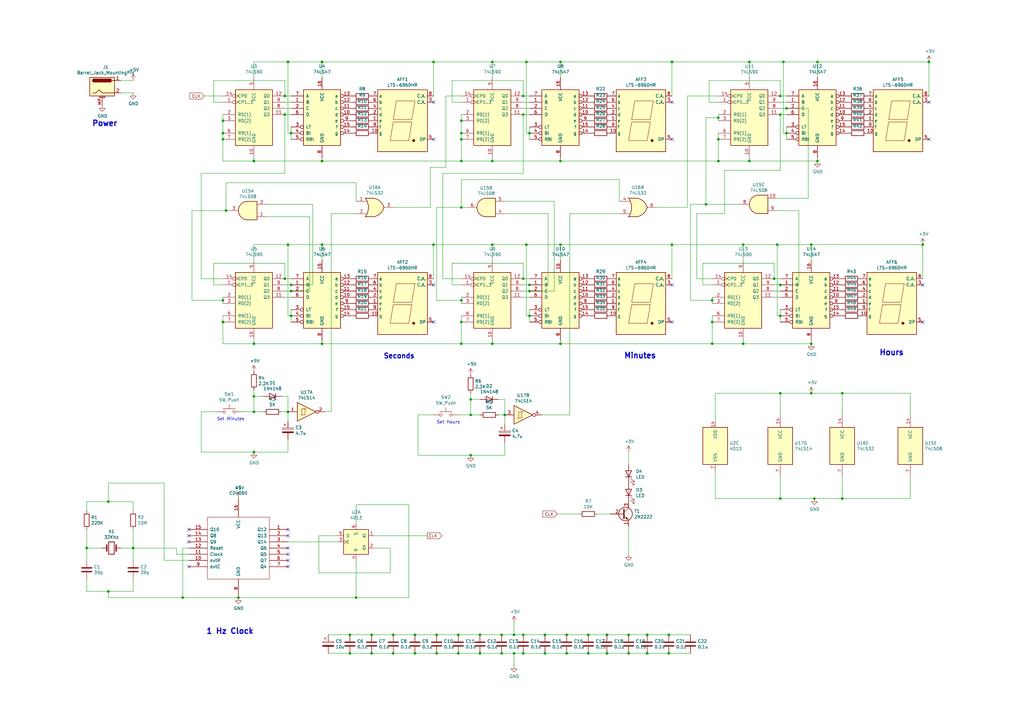
<source format=kicad_sch>
(kicad_sch (version 20211123) (generator eeschema)
  (paper "A3")
  (title_block (title "Digital Clock") (date "2021-07-23") (rev "1.0"))
  (lib_symbols
    (symbol "4xxx:4013" (pin_names (offset 1.016))
      (property "Reference" "U" (at -7.62 8.89 0))
      (property "Value" "4013" (at -7.62 -8.89 0))
      (symbol "4013_1_1"
        (pin output line (at 7.62 2.54 180) (length 2.54) (name "Q") (number "1"))
        (pin output line (at 7.62 -2.54 180) (length 2.54) (name "~{Q}") (number "2"))
        (pin input clock (at -7.62 0 0) (length 2.54) (name "C") (number "3"))
        (pin input line (at 0 -7.62 90) (length 2.54) (name "R") (number "4"))
        (pin input line (at -7.62 2.54 0) (length 2.54) (name "D") (number "5"))
        (pin input line (at 0 7.62 270) (length 2.54) (name "S") (number "6"))
      )
      (symbol "4013_2_1"
        (pin input line (at 0 -7.62 90) (length 2.54) (name "R") (number "10"))
        (pin input clock (at -7.62 0 0) (length 2.54) (name "C") (number "11"))
        (pin output line (at 7.62 -2.54 180) (length 2.54) (name "~{Q}") (number "12"))
        (pin output line (at 7.62 2.54 180) (length 2.54) (name "Q") (number "13"))
        (pin input line (at 0 7.62 270) (length 2.54) (name "S") (number "8"))
        (pin input line (at -7.62 2.54 0) (length 2.54) (name "D") (number "9"))
      )
      (symbol "4013_3_0"
        (pin power_in line (at 0 10.16 270) (length 2.54) (name "VDD") (number "14"))
        (pin power_in line (at 0 -10.16 90) (length 2.54) (name "VSS") (number "7"))
      )
    )
    (symbol "74xx:74LS08" (pin_names (offset 1.016))
      (property "Reference" "U" (at 0 1.27 0))
      (property "Value" "74LS08" (at 0 -1.27 0))
      (symbol "74LS08_1_1"
        (pin input line (at -7.62 2.54 0) (length 3.81) (name "~") (number "1"))
        (pin input line (at -7.62 -2.54 0) (length 3.81) (name "~") (number "2"))
        (pin output line (at 7.62 0 180) (length 3.81) (name "~") (number "3"))
      )
      (symbol "74LS08_1_2"
        (pin input inverted (at -7.62 2.54 0) (length 4.318) (name "~") (number "1"))
        (pin input inverted (at -7.62 -2.54 0) (length 4.318) (name "~") (number "2"))
        (pin output inverted (at 7.62 0 180) (length 3.81) (name "~") (number "3"))
      )
      (symbol "74LS08_2_1"
        (pin input line (at -7.62 2.54 0) (length 3.81) (name "~") (number "4"))
        (pin input line (at -7.62 -2.54 0) (length 3.81) (name "~") (number "5"))
        (pin output line (at 7.62 0 180) (length 3.81) (name "~") (number "6"))
      )
      (symbol "74LS08_2_2"
        (pin input inverted (at -7.62 2.54 0) (length 4.318) (name "~") (number "4"))
        (pin input inverted (at -7.62 -2.54 0) (length 4.318) (name "~") (number "5"))
        (pin output inverted (at 7.62 0 180) (length 3.81) (name "~") (number "6"))
      )
      (symbol "74LS08_3_1"
        (pin input line (at -7.62 -2.54 0) (length 3.81) (name "~") (number "10"))
        (pin output line (at 7.62 0 180) (length 3.81) (name "~") (number "8"))
        (pin input line (at -7.62 2.54 0) (length 3.81) (name "~") (number "9"))
      )
      (symbol "74LS08_3_2"
        (pin input inverted (at -7.62 -2.54 0) (length 4.318) (name "~") (number "10"))
        (pin output inverted (at 7.62 0 180) (length 3.81) (name "~") (number "8"))
        (pin input inverted (at -7.62 2.54 0) (length 4.318) (name "~") (number "9"))
      )
      (symbol "74LS08_4_1"
        (pin output line (at 7.62 0 180) (length 3.81) (name "~") (number "11"))
        (pin input line (at -7.62 2.54 0) (length 3.81) (name "~") (number "12"))
        (pin input line (at -7.62 -2.54 0) (length 3.81) (name "~") (number "13"))
      )
      (symbol "74LS08_4_2"
        (pin output inverted (at 7.62 0 180) (length 3.81) (name "~") (number "11"))
        (pin input inverted (at -7.62 2.54 0) (length 4.318) (name "~") (number "12"))
        (pin input inverted (at -7.62 -2.54 0) (length 4.318) (name "~") (number "13"))
      )
      (symbol "74LS08_5_0"
        (pin power_in line (at 0 12.7 270) (length 5.08) (name "VCC") (number "14"))
        (pin power_in line (at 0 -12.7 90) (length 5.08) (name "GND") (number "7"))
      )
    )
    (symbol "74xx:74LS14" (pin_names (offset 1.016))
      (property "Reference" "U" (at 0 1.27 0))
      (property "Value" "74LS14" (at 0 -1.27 0))
      (symbol "74LS14_1_0"
        (pin input line (at -7.62 0 0) (length 3.81) (name "~") (number "1"))
        (pin output inverted (at 7.62 0 180) (length 3.81) (name "~") (number "2"))
      )
      (symbol "74LS14_2_0"
        (pin input line (at -7.62 0 0) (length 3.81) (name "~") (number "3"))
        (pin output inverted (at 7.62 0 180) (length 3.81) (name "~") (number "4"))
      )
      (symbol "74LS14_3_0"
        (pin input line (at -7.62 0 0) (length 3.81) (name "~") (number "5"))
        (pin output inverted (at 7.62 0 180) (length 3.81) (name "~") (number "6"))
      )
      (symbol "74LS14_4_0"
        (pin output inverted (at 7.62 0 180) (length 3.81) (name "~") (number "8"))
        (pin input line (at -7.62 0 0) (length 3.81) (name "~") (number "9"))
      )
      (symbol "74LS14_5_0"
        (pin output inverted (at 7.62 0 180) (length 3.81) (name "~") (number "10"))
        (pin input line (at -7.62 0 0) (length 3.81) (name "~") (number "11"))
      )
      (symbol "74LS14_6_0"
        (pin output inverted (at 7.62 0 180) (length 3.81) (name "~") (number "12"))
        (pin input line (at -7.62 0 0) (length 3.81) (name "~") (number "13"))
      )
      (symbol "74LS14_7_0"
        (pin power_in line (at 0 12.7 270) (length 5.08) (name "VCC") (number "14"))
        (pin power_in line (at 0 -12.7 90) (length 5.08) (name "GND") (number "7"))
      )
    )
    (symbol "74xx:74LS32" (pin_names (offset 1.016))
      (property "Reference" "U" (at 0 1.27 0))
      (property "Value" "74LS32" (at 0 -1.27 0))
      (symbol "74LS32_1_1"
        (pin input line (at -7.62 2.54 0) (length 4.318) (name "~") (number "1"))
        (pin input line (at -7.62 -2.54 0) (length 4.318) (name "~") (number "2"))
        (pin output line (at 7.62 0 180) (length 3.81) (name "~") (number "3"))
      )
      (symbol "74LS32_1_2"
        (pin input inverted (at -7.62 2.54 0) (length 3.81) (name "~") (number "1"))
        (pin input inverted (at -7.62 -2.54 0) (length 3.81) (name "~") (number "2"))
        (pin output inverted (at 7.62 0 180) (length 3.81) (name "~") (number "3"))
      )
      (symbol "74LS32_2_1"
        (pin input line (at -7.62 2.54 0) (length 4.318) (name "~") (number "4"))
        (pin input line (at -7.62 -2.54 0) (length 4.318) (name "~") (number "5"))
        (pin output line (at 7.62 0 180) (length 3.81) (name "~") (number "6"))
      )
      (symbol "74LS32_2_2"
        (pin input inverted (at -7.62 2.54 0) (length 3.81) (name "~") (number "4"))
        (pin input inverted (at -7.62 -2.54 0) (length 3.81) (name "~") (number "5"))
        (pin output inverted (at 7.62 0 180) (length 3.81) (name "~") (number "6"))
      )
      (symbol "74LS32_3_1"
        (pin input line (at -7.62 -2.54 0) (length 4.318) (name "~") (number "10"))
        (pin output line (at 7.62 0 180) (length 3.81) (name "~") (number "8"))
        (pin input line (at -7.62 2.54 0) (length 4.318) (name "~") (number "9"))
      )
      (symbol "74LS32_3_2"
        (pin input inverted (at -7.62 -2.54 0) (length 3.81) (name "~") (number "10"))
        (pin output inverted (at 7.62 0 180) (length 3.81) (name "~") (number "8"))
        (pin input inverted (at -7.62 2.54 0) (length 3.81) (name "~") (number "9"))
      )
      (symbol "74LS32_4_1"
        (pin output line (at 7.62 0 180) (length 3.81) (name "~") (number "11"))
        (pin input line (at -7.62 2.54 0) (length 4.318) (name "~") (number "12"))
        (pin input line (at -7.62 -2.54 0) (length 4.318) (name "~") (number "13"))
      )
      (symbol "74LS32_4_2"
        (pin output inverted (at 7.62 0 180) (length 3.81) (name "~") (number "11"))
        (pin input inverted (at -7.62 2.54 0) (length 3.81) (name "~") (number "12"))
        (pin input inverted (at -7.62 -2.54 0) (length 3.81) (name "~") (number "13"))
      )
      (symbol "74LS32_5_0"
        (pin power_in line (at 0 12.7 270) (length 5.08) (name "VCC") (number "14"))
        (pin power_in line (at 0 -12.7 90) (length 5.08) (name "GND") (number "7"))
      )
    )
    (symbol "74xx:74LS47" (pin_names (offset 1.016))
      (property "Reference" "U" (at -7.62 11.43 0))
      (property "Value" "74LS47" (at -7.62 -13.97 0))
      (symbol "74LS47_1_0"
        (pin input line (at -12.7 5.08 0) (length 5.08) (name "B") (number "1"))
        (pin open_collector inverted (at 12.7 0 180) (length 5.08) (name "d") (number "10"))
        (pin open_collector inverted (at 12.7 2.54 180) (length 5.08) (name "c") (number "11"))
        (pin open_collector inverted (at 12.7 5.08 180) (length 5.08) (name "b") (number "12"))
        (pin open_collector inverted (at 12.7 7.62 180) (length 5.08) (name "a") (number "13"))
        (pin open_collector inverted (at 12.7 -7.62 180) (length 5.08) (name "g") (number "14"))
        (pin open_collector inverted (at 12.7 -5.08 180) (length 5.08) (name "f") (number "15"))
        (pin power_in line (at 0 15.24 270) (length 5.08) (name "VCC") (number "16"))
        (pin input line (at -12.7 2.54 0) (length 5.08) (name "C") (number "2"))
        (pin input inverted (at -12.7 -5.08 0) (length 5.08) (name "LT") (number "3"))
        (pin input inverted (at -12.7 -7.62 0) (length 5.08) (name "BI") (number "4"))
        (pin input inverted (at -12.7 -10.16 0) (length 5.08) (name "RBI") (number "5"))
        (pin input line (at -12.7 0 0) (length 5.08) (name "D") (number "6"))
        (pin input line (at -12.7 7.62 0) (length 5.08) (name "A") (number "7"))
        (pin power_in line (at 0 -17.78 90) (length 5.08) (name "GND") (number "8"))
        (pin open_collector inverted (at 12.7 -2.54 180) (length 5.08) (name "e") (number "9"))
      )
    )
    (symbol "74xx:74LS90" (pin_names (offset 1.016))
      (property "Reference" "U" (at -7.62 11.43 0))
      (property "Value" "74LS90" (at -7.62 -13.97 0))
      (symbol "74LS90_1_0"
        (pin input inverted_clock (at -12.7 5.08 0) (length 5.08) (name "CP1..3") (number "1"))
        (pin power_in line (at 0 -17.78 90) (length 5.08) (name "GND") (number "10"))
        (pin output line (at 12.7 0 180) (length 5.08) (name "Q3") (number "11"))
        (pin output line (at 12.7 7.62 180) (length 5.08) (name "Q0") (number "12"))
        (pin input inverted_clock (at -12.7 7.62 0) (length 5.08) (name "CP0") (number "14"))
        (pin input line (at -12.7 0 0) (length 5.08) (name "R0(1)") (number "2"))
        (pin input line (at -12.7 -2.54 0) (length 5.08) (name "R0(2)") (number "3"))
        (pin power_in line (at 0 15.24 270) (length 5.08) (name "VCC") (number "5"))
        (pin input line (at -12.7 -7.62 0) (length 5.08) (name "R9(1)") (number "6"))
        (pin input line (at -12.7 -10.16 0) (length 5.08) (name "R9(2)") (number "7"))
        (pin output line (at 12.7 2.54 180) (length 5.08) (name "Q2") (number "8"))
        (pin output line (at 12.7 5.08 180) (length 5.08) (name "Q1") (number "9"))
      )
    )
    (symbol "Connector:Barrel_Jack_MountingPin" (pin_names hide)
      (property "Reference" "J" (at 0 5.334 0))
      (property "Value" "Barrel_Jack_MountingPin" (at 1.27 -6.35 0))
      (symbol "Barrel_Jack_MountingPin_1_1"
        (text "Mounting" (at 0 -4.191 0) (effects (font (size 0.381 0.381))))
        (pin passive line (at 7.62 2.54 180) (length 2.54) (name "~") (number "1"))
        (pin passive line (at 7.62 -2.54 180) (length 2.54) (name "~") (number "2"))
        (pin passive line (at 0 -7.62 90) (length 3.048) (name "MountPin") (number "MP"))
      )
    )
    (symbol "Device:C" (pin_numbers hide) (pin_names (offset 0.254))
      (property "Reference" "C" (at 0.635 2.54 0))
      (property "Value" "C" (at 0.635 -2.54 0))
      (symbol "C_1_1"
        (pin passive line (at 0 3.81 270) (length 2.794) (name "~") (number "1"))
        (pin passive line (at 0 -3.81 90) (length 2.794) (name "~") (number "2"))
      )
    )
    (symbol "Device:Crystal" (pin_numbers hide) (pin_names (offset 1.016) hide)
      (property "Reference" "Y" (at 0 3.81 0))
      (property "Value" "Crystal" (at 0 -3.81 0))
      (symbol "Crystal_1_1"
        (pin passive line (at -3.81 0 0) (length 1.27) (name "1") (number "1"))
        (pin passive line (at 3.81 0 180) (length 1.27) (name "2") (number "2"))
      )
    )
    (symbol "Device:LED" (pin_numbers hide) (pin_names (offset 1.016) hide)
      (property "Reference" "D" (at 0 2.54 0))
      (property "Value" "LED" (at 0 -2.54 0))
      (symbol "LED_1_1"
        (pin passive line (at -3.81 0 0) (length 2.54) (name "K") (number "1"))
        (pin passive line (at 3.81 0 180) (length 2.54) (name "A") (number "2"))
      )
    )
    (symbol "Device:R" (pin_numbers hide) (pin_names (offset 0))
      (property "Reference" "R" (at 2.032 0 90))
      (property "Value" "R" (at 0 0 90))
      (symbol "R_1_1"
        (pin passive line (at 0 3.81 270) (length 1.27) (name "~") (number "1"))
        (pin passive line (at 0 -3.81 90) (length 1.27) (name "~") (number "2"))
      )
    )
    (symbol "Digital-Clock-rescue:CD4060-CD4060" (pin_names (offset 1.016))
      (property "Reference" "U" (at 0 -2.54 0))
      (property "Value" "CD4060-CD4060" (at 0 2.54 0))
      (symbol "CD4060-CD4060_1_1"
        (pin output line (at -20.32 7.62 0) (length 7.62) (name "Q12") (number "1"))
        (pin output line (at 20.32 -5.08 180) (length 7.62) (name "extR") (number "10"))
        (pin input line (at 20.32 -2.54 180) (length 7.62) (name "Clock") (number "11"))
        (pin input line (at 20.32 0 180) (length 7.62) (name "Reset") (number "12"))
        (pin output line (at 20.32 2.54 180) (length 7.62) (name "Q9") (number "13"))
        (pin output line (at 20.32 5.08 180) (length 7.62) (name "Q8") (number "14"))
        (pin output line (at 20.32 7.62 180) (length 7.62) (name "Q10") (number "15"))
        (pin power_in line (at 0 20.32 270) (length 7.62) (name "VCC") (number "16"))
        (pin output line (at -20.32 5.08 0) (length 7.62) (name "Q13") (number "2"))
        (pin output line (at -20.32 2.54 0) (length 7.62) (name "Q14") (number "3"))
        (pin output line (at -20.32 0 0) (length 7.62) (name "Q6") (number "4"))
        (pin output line (at -20.32 -2.54 0) (length 7.62) (name "Q5") (number "5"))
        (pin output line (at -20.32 -5.08 0) (length 7.62) (name "Q7") (number "6"))
        (pin output line (at -20.32 -7.62 0) (length 7.62) (name "Q4") (number "7"))
        (pin power_in line (at 0 -20.32 90) (length 7.62) (name "GND") (number "8"))
        (pin output line (at 20.32 -7.62 180) (length 7.62) (name "extC") (number "9"))
      )
    )
    (symbol "Digital-Clock-rescue:CP-Device" (pin_numbers hide) (pin_names (offset 0.254))
      (property "Reference" "C" (at 0.635 2.54 0))
      (property "Value" "CP-Device" (at 0.635 -2.54 0))
      (symbol "CP-Device_1_1"
        (pin passive line (at 0 3.81 270) (length 2.794) (name "~") (number "1"))
        (pin passive line (at 0 -3.81 90) (length 2.794) (name "~") (number "2"))
      )
    )
    (symbol "Diode:1N4148" (pin_numbers hide) (pin_names hide)
      (property "Reference" "D" (at 0 2.54 0))
      (property "Value" "1N4148" (at 0 -2.54 0))
      (symbol "1N4148_1_1"
        (pin passive line (at -3.81 0 0) (length 2.54) (name "K") (number "1"))
        (pin passive line (at 3.81 0 180) (length 2.54) (name "A") (number "2"))
      )
    )
    (symbol "Display_Character:LTS-6960HR"
      (property "Reference" "AFF" (at -7.874 13.97 0))
      (property "Value" "LTS-6960HR" (at -2.032 13.97 0))
      (symbol "LTS-6960HR_1_1"
        (pin passive line (at -12.7 0 0) (length 2.54) (name "e") (number "1"))
        (pin passive line (at -12.7 -5.08 0) (length 2.54) (name "g") (number "10"))
        (pin passive line (at -12.7 2.54 0) (length 2.54) (name "d") (number "2"))
        (pin passive line (at 12.7 7.62 180) (length 2.54) (name "C.A.") (number "3"))
        (pin passive line (at -12.7 5.08 0) (length 2.54) (name "c") (number "4"))
        (pin passive line (at 12.7 -7.62 180) (length 2.54) (name "DP") (number "5"))
        (pin passive line (at -12.7 7.62 0) (length 2.54) (name "b") (number "6"))
        (pin passive line (at -12.7 10.16 0) (length 2.54) (name "a") (number "7"))
        (pin passive line (at 12.7 10.16 180) (length 2.54) (name "C.A.") (number "8"))
        (pin passive line (at -12.7 -2.54 0) (length 2.54) (name "f") (number "9"))
      )
    )
    (symbol "Switch:SW_Push" (pin_numbers hide) (pin_names (offset 1.016) hide)
      (property "Reference" "SW" (at 1.27 2.54 0))
      (property "Value" "SW_Push" (at 0 -1.524 0))
      (symbol "SW_Push_0_1"
        (pin passive line (at -5.08 0 0) (length 2.54) (name "1") (number "1"))
        (pin passive line (at 5.08 0 180) (length 2.54) (name "2") (number "2"))
      )
    )
    (symbol "Transistor_BJT:2N2219" (pin_names (offset 0) hide)
      (property "Reference" "Q" (at 5.08 1.905 0))
      (property "Value" "2N2219" (at 5.08 0 0))
      (symbol "2N2219_1_1"
        (pin passive line (at 2.54 -5.08 90) (length 2.54) (name "E") (number "1"))
        (pin passive line (at -5.08 0 0) (length 5.715) (name "B") (number "2"))
        (pin passive line (at 2.54 5.08 270) (length 2.54) (name "C") (number "3"))
      )
    )
    (symbol "power:+5V" (power) (pin_names (offset 0))
      (property "Value" "+5V" (at 0 3.556 0))
      (symbol "+5V_1_1"
        (pin power_in line (at 0 0 90) (length 0) hide (name "+5V") (number "1"))
      )
    )
    (symbol "power:GND" (power) (pin_names (offset 0))
      (property "Value" "GND" (at 0 -3.81 0))
      (symbol "GND_1_1"
        (pin power_in line (at 0 0 270) (length 0) hide (name "GND") (number "1"))
      )
    )
  )
  (junction (at 193.04 186.69))
  (junction (at 91.44 57.15))
  (junction (at 320.04 161.29))
  (junction (at 179.07 260.35))
  (junction (at 116.84 114.3))
  (junction (at 215.9 100.33))
  (junction (at 294.64 48.26))
  (junction (at 44.45 205.74))
  (junction (at 320.04 39.37))
  (junction (at 214.63 39.37))
  (junction (at 322.58 44.45))
  (junction (at 187.96 267.97))
  (junction (at 193.04 170.18))
  (junction (at 35.56 224.79))
  (junction (at 214.63 114.3))
  (junction (at 210.82 260.35))
  (junction (at 223.52 260.35))
  (junction (at 104.14 66.04))
  (junction (at 217.17 54.61))
  (junction (at 161.29 267.97))
  (junction (at 143.51 267.97))
  (junction (at 214.63 46.99))
  (junction (at 248.92 267.97))
  (junction (at 189.23 66.04))
  (junction (at 201.93 140.97))
  (junction (at 214.63 260.35))
  (junction (at 152.4 260.35))
  (junction (at 205.74 267.97))
  (junction (at 304.8 140.97))
  (junction (at 332.74 140.97))
  (junction (at 275.59 100.33))
  (junction (at 318.77 100.33))
  (junction (at 177.8 100.33))
  (junction (at 119.38 54.61))
  (junction (at 104.14 168.91))
  (junction (at 332.74 100.33))
  (junction (at 294.64 57.15))
  (junction (at 304.8 100.33))
  (junction (at 104.14 185.42))
  (junction (at 229.87 66.04))
  (junction (at 201.93 25.4))
  (junction (at 217.17 116.84))
  (junction (at 292.1 123.19))
  (junction (at 241.3 267.97))
  (junction (at 345.44 161.29))
  (junction (at 132.08 25.4))
  (junction (at 317.5 114.3))
  (junction (at 54.61 224.79))
  (junction (at 292.1 132.08))
  (junction (at 321.31 25.4))
  (junction (at 248.92 260.35))
  (junction (at 201.93 66.04))
  (junction (at 294.64 66.04))
  (junction (at 275.59 25.4))
  (junction (at 217.17 119.38))
  (junction (at 189.23 57.15))
  (junction (at 91.44 123.19))
  (junction (at 229.87 100.33))
  (junction (at 116.84 46.99))
  (junction (at 189.23 123.19))
  (junction (at 189.23 85.09))
  (junction (at 119.38 129.54))
  (junction (at 345.44 204.47))
  (junction (at 119.38 116.84))
  (junction (at 335.28 66.04))
  (junction (at 201.93 100.33))
  (junction (at 189.23 54.61))
  (junction (at 118.11 25.4))
  (junction (at 132.08 100.33))
  (junction (at 322.58 54.61))
  (junction (at 265.43 260.35))
  (junction (at 229.87 140.97))
  (junction (at 170.18 260.35))
  (junction (at 91.44 54.61))
  (junction (at 152.4 267.97))
  (junction (at 189.23 140.97))
  (junction (at 207.01 170.18))
  (junction (at 104.14 140.97))
  (junction (at 91.44 49.53))
  (junction (at 274.32 267.97))
  (junction (at 217.17 129.54))
  (junction (at 104.14 162.56))
  (junction (at 170.18 267.97))
  (junction (at 320.04 116.84))
  (junction (at 118.11 100.33))
  (junction (at 132.08 140.97))
  (junction (at 320.04 129.54))
  (junction (at 196.85 260.35))
  (junction (at 292.1 140.97))
  (junction (at 214.63 267.97))
  (junction (at 92.71 86.36))
  (junction (at 232.41 260.35))
  (junction (at 193.04 163.83))
  (junction (at 223.52 267.97))
  (junction (at 335.28 25.4))
  (junction (at 332.74 161.29))
  (junction (at 274.32 260.35))
  (junction (at 189.23 132.08))
  (junction (at 205.74 260.35))
  (junction (at 143.51 260.35))
  (junction (at 161.29 260.35))
  (junction (at 241.3 260.35))
  (junction (at 320.04 46.99))
  (junction (at 97.79 245.11))
  (junction (at 44.45 242.57))
  (junction (at 320.04 204.47))
  (junction (at 146.05 245.11))
  (junction (at 74.93 245.11))
  (junction (at 307.34 66.04))
  (junction (at 334.01 204.47))
  (junction (at 232.41 267.97))
  (junction (at 215.9 25.4))
  (junction (at 378.46 100.33))
  (junction (at 257.81 267.97))
  (junction (at 289.56 83.82))
  (junction (at 119.38 119.38))
  (junction (at 210.82 267.97))
  (junction (at 177.8 25.4))
  (junction (at 381 25.4))
  (junction (at 265.43 267.97))
  (junction (at 132.08 66.04))
  (junction (at 307.34 25.4))
  (junction (at 187.96 260.35))
  (junction (at 179.07 267.97))
  (junction (at 196.85 267.97))
  (junction (at 229.87 25.4))
  (junction (at 116.84 39.37))
  (junction (at 91.44 132.08))
  (junction (at 189.23 49.53))
  (junction (at 118.11 168.91))
  (junction (at 257.81 260.35))
  (no_connect (at 118.11 219.71))
  (no_connect (at 378.46 116.84))
  (no_connect (at 378.46 132.08))
  (no_connect (at 275.59 132.08))
  (no_connect (at 118.11 229.87))
  (no_connect (at 77.47 232.41))
  (no_connect (at 381 41.91))
  (no_connect (at 118.11 217.17))
  (no_connect (at 118.11 224.79))
  (no_connect (at 77.47 222.25))
  (no_connect (at 275.59 116.84))
  (no_connect (at 118.11 232.41))
  (no_connect (at 177.8 41.91))
  (no_connect (at 275.59 41.91))
  (no_connect (at 77.47 219.71))
  (no_connect (at 177.8 57.15))
  (no_connect (at 77.47 217.17))
  (no_connect (at 177.8 116.84))
  (no_connect (at 381 57.15))
  (no_connect (at 275.59 57.15))
  (no_connect (at 177.8 132.08))
  (no_connect (at 118.11 227.33))
  (wire (pts (xy 229.87 100.33) (xy 275.59 100.33)))
  (wire (pts (xy 118.11 100.33) (xy 132.08 100.33)))
  (wire (pts (xy 134.62 260.35) (xy 143.51 260.35)))
  (wire (pts (xy 275.59 25.4) (xy 275.59 39.37)))
  (wire (pts (xy 44.45 205.74) (xy 44.45 198.12)))
  (wire (pts (xy 87.63 33.02) (xy 87.63 41.91)))
  (wire (pts (xy 245.11 210.82) (xy 250.19 210.82)))
  (wire (pts (xy 207.01 186.69) (xy 207.01 181.61)))
  (wire (pts (xy 116.84 121.92) (xy 119.38 121.92)))
  (wire (pts (xy 320.04 204.47) (xy 334.01 204.47)))
  (wire (pts (xy 82.55 168.91) (xy 82.55 185.42)))
  (wire (pts (xy 201.93 140.97) (xy 229.87 140.97)))
  (wire (pts (xy 304.8 106.68) (xy 304.8 100.33)))
  (wire (pts (xy 104.14 139.7) (xy 104.14 140.97)))
  (wire (pts (xy 72.39 224.79) (xy 72.39 227.33)))
  (wire (pts (xy 321.31 54.61) (xy 321.31 25.4)))
  (wire (pts (xy 317.5 121.92) (xy 320.04 121.92)))
  (wire (pts (xy 41.91 224.79) (xy 35.56 224.79)))
  (wire (pts (xy 74.93 224.79) (xy 74.93 245.11)))
  (wire (pts (xy 265.43 260.35) (xy 274.32 260.35)))
  (wire (pts (xy 130.81 219.71) (xy 130.81 234.95)))
  (wire (pts (xy 104.14 31.75) (xy 104.14 25.4)))
  (wire (pts (xy 119.38 132.08) (xy 119.38 129.54)))
  (wire (pts (xy 335.28 31.75) (xy 335.28 25.4)))
  (wire (pts (xy 215.9 54.61) (xy 215.9 25.4)))
  (wire (pts (xy 189.23 39.37) (xy 182.88 39.37)))
  (wire (pts (xy 128.27 116.84) (xy 119.38 116.84)))
  (wire (pts (xy 292.1 132.08) (xy 292.1 140.97)))
  (wire (pts (xy 223.52 267.97) (xy 232.41 267.97)))
  (wire (pts (xy 321.31 25.4) (xy 335.28 25.4)))
  (wire (pts (xy 132.08 25.4) (xy 177.8 25.4)))
  (wire (pts (xy 179.07 85.09) (xy 189.23 85.09)))
  (wire (pts (xy 201.93 31.75) (xy 201.93 25.4)))
  (wire (pts (xy 132.08 31.75) (xy 132.08 25.4)))
  (wire (pts (xy 320.04 129.54) (xy 320.04 127)))
  (wire (pts (xy 91.44 132.08) (xy 91.44 140.97)))
  (wire (pts (xy 119.38 54.61) (xy 118.11 54.61)))
  (wire (pts (xy 170.18 267.97) (xy 179.07 267.97)))
  (wire (pts (xy 119.38 57.15) (xy 119.38 54.61)))
  (wire (pts (xy 288.29 107.95) (xy 288.29 116.84)))
  (wire (pts (xy 143.51 260.35) (xy 152.4 260.35)))
  (wire (pts (xy 135.89 87.63) (xy 135.89 168.91)))
  (wire (pts (xy 320.04 41.91) (xy 322.58 41.91)))
  (wire (pts (xy 217.17 54.61) (xy 215.9 54.61)))
  (wire (pts (xy 332.74 100.33) (xy 332.74 106.68)))
  (wire (pts (xy 292.1 140.97) (xy 304.8 140.97)))
  (wire (pts (xy 322.58 54.61) (xy 322.58 52.07)))
  (wire (pts (xy 294.64 57.15) (xy 294.64 66.04)))
  (wire (pts (xy 167.64 207.01) (xy 167.64 245.11)))
  (wire (pts (xy 146.05 214.63) (xy 146.05 207.01)))
  (wire (pts (xy 320.04 170.18) (xy 320.04 161.29)))
  (wire (pts (xy 289.56 83.82) (xy 289.56 48.26)))
  (wire (pts (xy 171.45 170.18) (xy 171.45 186.69)))
  (wire (pts (xy 193.04 186.69) (xy 207.01 186.69)))
  (wire (pts (xy 214.63 116.84) (xy 217.17 116.84)))
  (wire (pts (xy 292.1 129.54) (xy 292.1 132.08)))
  (wire (pts (xy 229.87 140.97) (xy 229.87 139.7)))
  (wire (pts (xy 332.74 161.29) (xy 345.44 161.29)))
  (wire (pts (xy 241.3 267.97) (xy 248.92 267.97)))
  (wire (pts (xy 254 73.66) (xy 254 82.55)))
  (wire (pts (xy 210.82 260.35) (xy 210.82 255.27)))
  (wire (pts (xy 104.14 162.56) (xy 104.14 160.02)))
  (wire (pts (xy 214.63 119.38) (xy 217.17 119.38)))
  (wire (pts (xy 201.93 100.33) (xy 215.9 100.33)))
  (wire (pts (xy 116.84 114.3) (xy 116.84 107.95)))
  (wire (pts (xy 233.68 87.63) (xy 254 87.63)))
  (wire (pts (xy 189.23 73.66) (xy 254 73.66)))
  (wire (pts (xy 227.33 82.55) (xy 207.01 82.55)))
  (wire (pts (xy 322.58 57.15) (xy 322.58 54.61)))
  (wire (pts (xy 307.34 64.77) (xy 307.34 66.04)))
  (wire (pts (xy 327.66 86.36) (xy 318.77 86.36)))
  (wire (pts (xy 146.05 207.01) (xy 167.64 207.01)))
  (wire (pts (xy 82.55 185.42) (xy 104.14 185.42)))
  (wire (pts (xy 91.44 123.19) (xy 91.44 121.92)))
  (wire (pts (xy 179.07 85.09) (xy 179.07 123.19)))
  (wire (pts (xy 160.02 234.95) (xy 160.02 224.79)))
  (wire (pts (xy 54.61 205.74) (xy 54.61 209.55)))
  (wire (pts (xy 185.42 107.95) (xy 185.42 116.84)))
  (wire (pts (xy 320.04 44.45) (xy 322.58 44.45)))
  (wire (pts (xy 189.23 49.53) (xy 189.23 54.61)))
  (wire (pts (xy 54.61 229.87) (xy 54.61 224.79)))
  (wire (pts (xy 91.44 54.61) (xy 91.44 57.15)))
  (wire (pts (xy 217.17 54.61) (xy 217.17 52.07)))
  (wire (pts (xy 292.1 121.92) (xy 292.1 123.19)))
  (wire (pts (xy 97.79 245.11) (xy 74.93 245.11)))
  (wire (pts (xy 331.47 81.28) (xy 331.47 44.45)))
  (wire (pts (xy 292.1 123.19) (xy 283.21 123.19)))
  (wire (pts (xy 318.77 129.54) (xy 318.77 100.33)))
  (wire (pts (xy 215.9 25.4) (xy 229.87 25.4)))
  (wire (pts (xy 293.37 204.47) (xy 320.04 204.47)))
  (wire (pts (xy 229.87 66.04) (xy 294.64 66.04)))
  (wire (pts (xy 91.44 49.53) (xy 91.44 54.61)))
  (wire (pts (xy 161.29 85.09) (xy 176.53 85.09)))
  (wire (pts (xy 229.87 31.75) (xy 229.87 25.4)))
  (wire (pts (xy 91.44 46.99) (xy 91.44 49.53)))
  (wire (pts (xy 275.59 100.33) (xy 275.59 114.3)))
  (wire (pts (xy 228.6 210.82) (xy 237.49 210.82)))
  (wire (pts (xy 181.61 71.12) (xy 181.61 114.3)))
  (wire (pts (xy 283.21 83.82) (xy 289.56 83.82)))
  (wire (pts (xy 109.22 83.82) (xy 128.27 83.82)))
  (wire (pts (xy 334.01 204.47) (xy 345.44 204.47)))
  (wire (pts (xy 116.84 44.45) (xy 119.38 44.45)))
  (wire (pts (xy 214.63 41.91) (xy 217.17 41.91)))
  (wire (pts (xy 146.05 87.63) (xy 135.89 87.63)))
  (wire (pts (xy 320.04 129.54) (xy 318.77 129.54)))
  (wire (pts (xy 257.81 227.33) (xy 257.81 215.9)))
  (wire (pts (xy 320.04 161.29) (xy 332.74 161.29)))
  (wire (pts (xy 182.88 39.37) (xy 182.88 68.58)))
  (wire (pts (xy 132.08 100.33) (xy 177.8 100.33)))
  (wire (pts (xy 152.4 267.97) (xy 161.29 267.97)))
  (wire (pts (xy 167.64 245.11) (xy 146.05 245.11)))
  (wire (pts (xy 67.31 229.87) (xy 77.47 229.87)))
  (wire (pts (xy 297.18 69.85) (xy 320.04 69.85)))
  (wire (pts (xy 290.83 33.02) (xy 290.83 41.91)))
  (wire (pts (xy 303.53 83.82) (xy 289.56 83.82)))
  (wire (pts (xy 293.37 172.72) (xy 293.37 161.29)))
  (wire (pts (xy 109.22 88.9) (xy 127 88.9)))
  (wire (pts (xy 176.53 68.58) (xy 176.53 85.09)))
  (wire (pts (xy 153.67 219.71) (xy 175.26 219.71)))
  (wire (pts (xy 294.64 54.61) (xy 294.64 57.15)))
  (wire (pts (xy 317.5 119.38) (xy 320.04 119.38)))
  (wire (pts (xy 294.64 46.99) (xy 294.64 48.26)))
  (wire (pts (xy 214.63 39.37) (xy 214.63 33.02)))
  (wire (pts (xy 116.84 107.95) (xy 87.63 107.95)))
  (wire (pts (xy 54.61 224.79) (xy 72.39 224.79)))
  (wire (pts (xy 214.63 44.45) (xy 217.17 44.45)))
  (wire (pts (xy 248.92 260.35) (xy 257.81 260.35)))
  (wire (pts (xy 215.9 100.33) (xy 229.87 100.33)))
  (wire (pts (xy 345.44 161.29) (xy 373.38 161.29)))
  (wire (pts (xy 207.01 163.83) (xy 207.01 170.18)))
  (wire (pts (xy 152.4 260.35) (xy 161.29 260.35)))
  (wire (pts (xy 91.44 140.97) (xy 104.14 140.97)))
  (wire (pts (xy 99.06 168.91) (xy 104.14 168.91)))
  (wire (pts (xy 160.02 224.79) (xy 153.67 224.79)))
  (wire (pts (xy 229.87 106.68) (xy 229.87 100.33)))
  (wire (pts (xy 118.11 172.72) (xy 118.11 168.91)))
  (wire (pts (xy 214.63 121.92) (xy 217.17 121.92)))
  (wire (pts (xy 116.84 114.3) (xy 119.38 114.3)))
  (wire (pts (xy 275.59 100.33) (xy 304.8 100.33)))
  (wire (pts (xy 44.45 245.11) (xy 44.45 242.57)))
  (wire (pts (xy 118.11 162.56) (xy 118.11 168.91)))
  (wire (pts (xy 292.1 123.19) (xy 292.1 124.46)))
  (wire (pts (xy 189.23 54.61) (xy 189.23 57.15)))
  (wire (pts (xy 118.11 129.54) (xy 118.11 100.33)))
  (wire (pts (xy 345.44 195.58) (xy 345.44 204.47)))
  (wire (pts (xy 87.63 116.84) (xy 91.44 116.84)))
  (wire (pts (xy 214.63 39.37) (xy 217.17 39.37)))
  (wire (pts (xy 207.01 87.63) (xy 224.79 87.63)))
  (wire (pts (xy 345.44 170.18) (xy 345.44 161.29)))
  (wire (pts (xy 72.39 227.33) (xy 77.47 227.33)))
  (wire (pts (xy 332.74 100.33) (xy 378.46 100.33)))
  (wire (pts (xy 187.96 260.35) (xy 196.85 260.35)))
  (wire (pts (xy 35.56 224.79) (xy 35.56 217.17)))
  (wire (pts (xy 281.94 39.37) (xy 281.94 85.09)))
  (wire (pts (xy 35.56 237.49) (xy 35.56 242.57)))
  (wire (pts (xy 119.38 129.54) (xy 118.11 129.54)))
  (wire (pts (xy 214.63 114.3) (xy 217.17 114.3)))
  (wire (pts (xy 294.64 48.26) (xy 294.64 49.53)))
  (wire (pts (xy 320.04 46.99) (xy 322.58 46.99)))
  (wire (pts (xy 116.84 119.38) (xy 119.38 119.38)))
  (wire (pts (xy 331.47 44.45) (xy 322.58 44.45)))
  (wire (pts (xy 78.74 86.36) (xy 78.74 123.19)))
  (wire (pts (xy 233.68 87.63) (xy 233.68 170.18)))
  (wire (pts (xy 232.41 267.97) (xy 241.3 267.97)))
  (wire (pts (xy 201.93 25.4) (xy 215.9 25.4)))
  (wire (pts (xy 320.04 39.37) (xy 320.04 33.02)))
  (wire (pts (xy 116.84 116.84) (xy 119.38 116.84)))
  (wire (pts (xy 104.14 25.4) (xy 118.11 25.4)))
  (wire (pts (xy 189.23 57.15) (xy 189.23 66.04)))
  (wire (pts (xy 214.63 114.3) (xy 214.63 107.95)))
  (wire (pts (xy 274.32 260.35) (xy 283.21 260.35)))
  (wire (pts (xy 304.8 100.33) (xy 318.77 100.33)))
  (wire (pts (xy 189.23 132.08) (xy 189.23 140.97)))
  (wire (pts (xy 265.43 267.97) (xy 274.32 267.97)))
  (wire (pts (xy 210.82 273.05) (xy 210.82 267.97)))
  (wire (pts (xy 44.45 205.74) (xy 54.61 205.74)))
  (wire (pts (xy 317.5 107.95) (xy 288.29 107.95)))
  (wire (pts (xy 205.74 267.97) (xy 210.82 267.97)))
  (wire (pts (xy 204.47 170.18) (xy 207.01 170.18)))
  (wire (pts (xy 196.85 170.18) (xy 193.04 170.18)))
  (wire (pts (xy 320.04 132.08) (xy 320.04 129.54)))
  (wire (pts (xy 224.79 87.63) (xy 224.79 116.84)))
  (wire (pts (xy 320.04 69.85) (xy 320.04 46.99)))
  (wire (pts (xy 201.93 139.7) (xy 201.93 140.97)))
  (wire (pts (xy 132.08 106.68) (xy 132.08 100.33)))
  (wire (pts (xy 132.08 140.97) (xy 189.23 140.97)))
  (wire (pts (xy 177.8 100.33) (xy 201.93 100.33)))
  (wire (pts (xy 214.63 107.95) (xy 185.42 107.95)))
  (wire (pts (xy 288.29 116.84) (xy 292.1 116.84)))
  (wire (pts (xy 130.81 234.95) (xy 160.02 234.95)))
  (wire (pts (xy 92.71 86.36) (xy 78.74 86.36)))
  (wire (pts (xy 322.58 54.61) (xy 321.31 54.61)))
  (wire (pts (xy 307.34 25.4) (xy 321.31 25.4)))
  (wire (pts (xy 177.8 100.33) (xy 177.8 114.3)))
  (wire (pts (xy 104.14 66.04) (xy 132.08 66.04)))
  (wire (pts (xy 378.46 100.33) (xy 378.46 114.3)))
  (wire (pts (xy 116.84 33.02) (xy 87.63 33.02)))
  (wire (pts (xy 281.94 39.37) (xy 294.64 39.37)))
  (wire (pts (xy 104.14 106.68) (xy 104.14 100.33)))
  (wire (pts (xy 232.41 260.35) (xy 241.3 260.35)))
  (wire (pts (xy 257.81 267.97) (xy 265.43 267.97)))
  (wire (pts (xy 214.63 267.97) (xy 223.52 267.97)))
  (wire (pts (xy 317.5 114.3) (xy 320.04 114.3)))
  (wire (pts (xy 373.38 204.47) (xy 373.38 195.58)))
  (wire (pts (xy 214.63 46.99) (xy 214.63 71.12)))
  (wire (pts (xy 116.84 71.12) (xy 82.55 71.12)))
  (wire (pts (xy 87.63 107.95) (xy 87.63 116.84)))
  (wire (pts (xy 91.44 124.46) (xy 91.44 123.19)))
  (wire (pts (xy 104.14 64.77) (xy 104.14 66.04)))
  (wire (pts (xy 248.92 267.97) (xy 257.81 267.97)))
  (wire (pts (xy 82.55 114.3) (xy 91.44 114.3)))
  (wire (pts (xy 104.14 100.33) (xy 118.11 100.33)))
  (wire (pts (xy 292.1 114.3) (xy 285.75 114.3)))
  (wire (pts (xy 187.96 267.97) (xy 196.85 267.97)))
  (wire (pts (xy 83.82 39.37) (xy 91.44 39.37)))
  (wire (pts (xy 35.56 229.87) (xy 35.56 224.79)))
  (wire (pts (xy 116.84 39.37) (xy 116.84 33.02)))
  (wire (pts (xy 132.08 66.04) (xy 189.23 66.04)))
  (wire (pts (xy 82.55 168.91) (xy 88.9 168.91)))
  (wire (pts (xy 132.08 66.04) (xy 132.08 64.77)))
  (wire (pts (xy 373.38 161.29) (xy 373.38 170.18)))
  (wire (pts (xy 227.33 119.38) (xy 227.33 82.55)))
  (wire (pts (xy 118.11 25.4) (xy 132.08 25.4)))
  (wire (pts (xy 35.56 205.74) (xy 44.45 205.74)))
  (wire (pts (xy 49.53 38.1) (xy 54.61 38.1)))
  (wire (pts (xy 138.43 219.71) (xy 130.81 219.71)))
  (wire (pts (xy 118.11 222.25) (xy 138.43 222.25)))
  (wire (pts (xy 54.61 242.57) (xy 54.61 237.49)))
  (wire (pts (xy 104.14 168.91) (xy 104.14 162.56)))
  (wire (pts (xy 304.8 140.97) (xy 332.74 140.97)))
  (wire (pts (xy 275.59 25.4) (xy 307.34 25.4)))
  (wire (pts (xy 118.11 54.61) (xy 118.11 25.4)))
  (wire (pts (xy 49.53 224.79) (xy 54.61 224.79)))
  (wire (pts (xy 116.84 41.91) (xy 119.38 41.91)))
  (wire (pts (xy 107.95 162.56) (xy 104.14 162.56)))
  (wire (pts (xy 318.77 81.28) (xy 331.47 81.28)))
  (wire (pts (xy 44.45 242.57) (xy 54.61 242.57)))
  (wire (pts (xy 274.32 267.97) (xy 283.21 267.97)))
  (wire (pts (xy 179.07 260.35) (xy 187.96 260.35)))
  (wire (pts (xy 217.17 57.15) (xy 217.17 54.61)))
  (wire (pts (xy 146.05 229.87) (xy 146.05 245.11)))
  (wire (pts (xy 179.07 267.97) (xy 187.96 267.97)))
  (wire (pts (xy 293.37 161.29) (xy 320.04 161.29)))
  (wire (pts (xy 335.28 25.4) (xy 381 25.4)))
  (wire (pts (xy 91.44 57.15) (xy 91.44 66.04)))
  (wire (pts (xy 283.21 123.19) (xy 283.21 83.82)))
  (wire (pts (xy 35.56 242.57) (xy 44.45 242.57)))
  (wire (pts (xy 179.07 123.19) (xy 189.23 123.19)))
  (wire (pts (xy 224.79 116.84) (xy 217.17 116.84)))
  (wire (pts (xy 293.37 193.04) (xy 293.37 204.47)))
  (wire (pts (xy 229.87 140.97) (xy 292.1 140.97)))
  (wire (pts (xy 196.85 163.83) (xy 193.04 163.83)))
  (wire (pts (xy 44.45 198.12) (xy 67.31 198.12)))
  (wire (pts (xy 91.44 66.04) (xy 104.14 66.04)))
  (wire (pts (xy 193.04 163.83) (xy 193.04 161.29)))
  (wire (pts (xy 317.5 116.84) (xy 320.04 116.84)))
  (wire (pts (xy 320.04 39.37) (xy 322.58 39.37)))
  (wire (pts (xy 304.8 139.7) (xy 304.8 140.97)))
  (wire (pts (xy 327.66 116.84) (xy 327.66 86.36)))
  (wire (pts (xy 207.01 173.99) (xy 207.01 170.18)))
  (wire (pts (xy 223.52 260.35) (xy 232.41 260.35)))
  (wire (pts (xy 119.38 119.38) (xy 127 119.38)))
  (wire (pts (xy 257.81 260.35) (xy 265.43 260.35)))
  (wire (pts (xy 189.23 123.19) (xy 189.23 121.92)))
  (wire (pts (xy 294.64 66.04) (xy 307.34 66.04)))
  (wire (pts (xy 318.77 100.33) (xy 332.74 100.33)))
  (wire (pts (xy 185.42 41.91) (xy 189.23 41.91)))
  (wire (pts (xy 285.75 87.63) (xy 297.18 87.63)))
  (wire (pts (xy 161.29 260.35) (xy 170.18 260.35)))
  (wire (pts (xy 307.34 66.04) (xy 335.28 66.04)))
  (wire (pts (xy 204.47 163.83) (xy 207.01 163.83)))
  (wire (pts (xy 78.74 123.19) (xy 91.44 123.19)))
  (wire (pts (xy 104.14 185.42) (xy 118.11 185.42)))
  (wire (pts (xy 171.45 186.69) (xy 193.04 186.69)))
  (wire (pts (xy 215.9 129.54) (xy 215.9 100.33)))
  (wire (pts (xy 91.44 129.54) (xy 91.44 132.08)))
  (wire (pts (xy 92.71 74.93) (xy 146.05 74.93)))
  (wire (pts (xy 257.81 190.5) (xy 257.81 185.42)))
  (wire (pts (xy 214.63 260.35) (xy 223.52 260.35)))
  (wire (pts (xy 116.84 46.99) (xy 116.84 71.12)))
  (wire (pts (xy 189.23 129.54) (xy 189.23 132.08)))
  (wire (pts (xy 93.98 86.36) (xy 92.71 86.36)))
  (wire (pts (xy 196.85 267.97) (xy 205.74 267.97)))
  (wire (pts (xy 289.56 48.26) (xy 294.64 48.26)))
  (wire (pts (xy 269.24 85.09) (xy 281.94 85.09)))
  (wire (pts (xy 67.31 198.12) (xy 67.31 229.87)))
  (wire (pts (xy 189.23 66.04) (xy 201.93 66.04)))
  (wire (pts (xy 214.63 33.02) (xy 185.42 33.02)))
  (wire (pts (xy 335.28 66.04) (xy 335.28 64.77)))
  (wire (pts (xy 177.8 25.4) (xy 201.93 25.4)))
  (wire (pts (xy 229.87 25.4) (xy 275.59 25.4)))
  (wire (pts (xy 214.63 71.12) (xy 181.61 71.12)))
  (wire (pts (xy 87.63 41.91) (xy 91.44 41.91)))
  (wire (pts (xy 127 88.9) (xy 127 119.38)))
  (wire (pts (xy 241.3 260.35) (xy 248.92 260.35)))
  (wire (pts (xy 217.17 119.38) (xy 227.33 119.38)))
  (wire (pts (xy 201.93 106.68) (xy 201.93 100.33)))
  (wire (pts (xy 217.17 129.54) (xy 215.9 129.54)))
  (wire (pts (xy 214.63 46.99) (xy 217.17 46.99)))
  (wire (pts (xy 35.56 209.55) (xy 35.56 205.74)))
  (wire (pts (xy 189.23 85.09) (xy 191.77 85.09)))
  (wire (pts (xy 182.88 68.58) (xy 176.53 68.58)))
  (wire (pts (xy 146.05 74.93) (xy 146.05 82.55)))
  (wire (pts (xy 115.57 162.56) (xy 118.11 162.56)))
  (wire (pts (xy 205.74 260.35) (xy 210.82 260.35)))
  (wire (pts (xy 222.25 170.18) (xy 233.68 170.18)))
  (wire (pts (xy 185.42 33.02) (xy 185.42 41.91)))
  (wire (pts (xy 196.85 260.35) (xy 205.74 260.35)))
  (wire (pts (xy 146.05 245.11) (xy 97.79 245.11)))
  (wire (pts (xy 92.71 74.93) (xy 92.71 86.36)))
  (wire (pts (xy 107.95 168.91) (xy 104.14 168.91)))
  (wire (pts (xy 193.04 170.18) (xy 193.04 163.83)))
  (wire (pts (xy 161.29 267.97) (xy 170.18 267.97)))
  (wire (pts (xy 74.93 245.11) (xy 44.45 245.11)))
  (wire (pts (xy 210.82 260.35) (xy 214.63 260.35)))
  (wire (pts (xy 116.84 46.99) (xy 119.38 46.99)))
  (wire (pts (xy 320.04 116.84) (xy 327.66 116.84)))
  (wire (pts (xy 49.53 33.02) (xy 54.61 33.02)))
  (wire (pts (xy 118.11 185.42) (xy 118.11 180.34)))
  (wire (pts (xy 54.61 224.79) (xy 54.61 217.17)))
  (wire (pts (xy 82.55 71.12) (xy 82.55 114.3)))
  (wire (pts (xy 320.04 195.58) (xy 320.04 204.47)))
  (wire (pts (xy 177.8 25.4) (xy 177.8 39.37)))
  (wire (pts (xy 229.87 66.04) (xy 229.87 64.77)))
  (wire (pts (xy 210.82 267.97) (xy 214.63 267.97)))
  (wire (pts (xy 189.23 124.46) (xy 189.23 123.19)))
  (wire (pts (xy 332.74 140.97) (xy 332.74 139.7)))
  (wire (pts (xy 285.75 114.3) (xy 285.75 87.63)))
  (wire (pts (xy 119.38 129.54) (xy 119.38 127)))
  (wire (pts (xy 104.14 140.97) (xy 132.08 140.97)))
  (wire (pts (xy 381 25.4) (xy 381 39.37)))
  (wire (pts (xy 217.17 132.08) (xy 217.17 129.54)))
  (wire (pts (xy 143.51 267.97) (xy 152.4 267.97)))
  (wire (pts (xy 185.42 116.84) (xy 189.23 116.84)))
  (wire (pts (xy 132.08 140.97) (xy 132.08 139.7)))
  (wire (pts (xy 77.47 224.79) (xy 74.93 224.79)))
  (wire (pts (xy 201.93 66.04) (xy 229.87 66.04)))
  (wire (pts (xy 189.23 140.97) (xy 201.93 140.97)))
  (wire (pts (xy 116.84 39.37) (xy 119.38 39.37)))
  (wire (pts (xy 171.45 170.18) (xy 177.8 170.18)))
  (wire (pts (xy 317.5 114.3) (xy 317.5 107.95)))
  (wire (pts (xy 181.61 114.3) (xy 189.23 114.3)))
  (wire (pts (xy 217.17 129.54) (xy 217.17 127)))
  (wire (pts (xy 189.23 85.09) (xy 189.23 73.66)))
  (wire (pts (xy 201.93 64.77) (xy 201.93 66.04)))
  (wire (pts (xy 134.62 267.97) (xy 143.51 267.97)))
  (wire (pts (xy 345.44 204.47) (xy 373.38 204.47)))
  (wire (pts (xy 297.18 87.63) (xy 297.18 69.85)))
  (wire (pts (xy 119.38 54.61) (xy 119.38 52.07)))
  (wire (pts (xy 320.04 33.02) (xy 290.83 33.02)))
  (wire (pts (xy 170.18 260.35) (xy 179.07 260.35)))
  (wire (pts (xy 128.27 83.82) (xy 128.27 116.84)))
  (wire (pts (xy 290.83 41.91) (xy 294.64 41.91)))
  (wire (pts (xy 135.89 168.91) (xy 133.35 168.91)))
  (wire (pts (xy 187.96 170.18) (xy 193.04 170.18)))
  (wire (pts (xy 189.23 46.99) (xy 189.23 49.53)))
  (wire (pts (xy 307.34 25.4) (xy 307.34 31.75)))
  (wire (pts (xy 115.57 168.91) (xy 118.11 168.91)))
  (text "Minutes" (at 269.24 147.32 180) (effects (font (size 2.2606 2.2606) (thickness 0.4521) bold) (justify right bottom)))
  (text "Set Hours" (at 179.07 173.99 0) (effects (font (size 1.27 1.27)) (justify left bottom)))
  (text "Seconds" (at 170.18 147.32 180) (effects (font (size 2.0066 2.0066) (thickness 0.4013) bold) (justify right bottom)))
  (text "Hours" (at 370.84 146.05 180) (effects (font (size 2.2606 2.2606) (thickness 0.4521) bold) (justify right bottom)))
  (text "1 Hz Clock" (at 104.14 260.35 180) (effects (font (size 2.2606 2.2606) (thickness 0.4521) bold) (justify right bottom)))
  (text "Set Minutes" (at 88.9 172.72 0) (effects (font (size 1.27 1.27)) (justify left bottom)))
  (text "Power" (at 48.26 52.07 180) (effects (font (size 2.2606 2.2606) (thickness 0.4521) bold) (justify right bottom)))
  (global_label "CLK" (shape output) (at 175.26 219.71 0) (property "Intersheet References" "${INTERSHEET_REFS}" (effects hide)))
  (global_label "CLK" (shape input) (at 83.82 39.37 180) (property "Intersheet References" "${INTERSHEET_REFS}" (effects hide)))
  (global_label "CLK" (shape input) (at 228.6 210.82 180) (property "Intersheet References" "${INTERSHEET_REFS}" (effects hide)))
  (symbol (lib_id "74xx:74LS90") (at 104.14 46.99 0) (unit 1)
    (property "Reference" "U3" (at 104.14 27.1526 0))
    (property "Value" "74LS90" (at 104.14 29.464 0))
    (property "Footprint" "Package_DIP:DIP-14_W7.62mm" (effects hide))
    (property "Datasheet" "http://www.ti.com/lit/gpn/sn74LS90" (effects hide))
  )
  (symbol (lib_id "74xx:74LS47") (at 132.08 46.99 0) (unit 1)
    (property "Reference" "U4" (at 132.08 27.1526 0))
    (property "Value" "74LS47" (at 132.08 29.464 0))
    (property "Footprint" "Package_DIP:DIP-16_W7.62mm" (effects hide))
    (property "Datasheet" "http://www.ti.com/lit/gpn/sn74LS47" (effects hide))
  )
  (symbol (lib_id "Device:R") (at 148.59 39.37 270) (unit 1)
    (property "Reference" "R8" (at 148.59 36.449 90))
    (property "Value" "220" (effects hide))
    (property "Footprint" "Resistor_THT:R_Axial_DIN0207_L6.3mm_D2.5mm_P10.16mm_Horizontal" (effects hide))
  )
  (symbol (lib_id "Device:R") (at 148.59 41.91 270) (unit 1)
    (property "Reference" "R9" (at 148.59 38.989 90))
    (property "Value" "220" (effects hide))
    (property "Footprint" "Resistor_THT:R_Axial_DIN0207_L6.3mm_D2.5mm_P10.16mm_Horizontal" (effects hide))
  )
  (symbol (lib_id "Device:R") (at 148.59 44.45 270) (unit 1)
    (property "Reference" "R10" (at 148.59 41.529 90))
    (property "Value" "220" (effects hide))
    (property "Footprint" "Resistor_THT:R_Axial_DIN0207_L6.3mm_D2.5mm_P10.16mm_Horizontal" (effects hide))
  )
  (symbol (lib_id "Device:R") (at 148.59 46.99 270) (unit 1)
    (property "Reference" "R11" (at 148.59 44.069 90))
    (property "Value" "220" (effects hide))
    (property "Footprint" "Resistor_THT:R_Axial_DIN0207_L6.3mm_D2.5mm_P10.16mm_Horizontal" (effects hide))
  )
  (symbol (lib_id "Device:R") (at 148.59 49.53 270) (unit 1)
    (property "Reference" "R12" (at 148.59 46.609 90))
    (property "Value" "220" (effects hide))
    (property "Footprint" "Resistor_THT:R_Axial_DIN0207_L6.3mm_D2.5mm_P10.16mm_Horizontal" (effects hide))
  )
  (symbol (lib_id "Device:R") (at 148.59 52.07 270) (unit 1)
    (property "Reference" "R13" (at 148.59 49.149 90))
    (property "Value" "220" (effects hide))
    (property "Footprint" "Resistor_THT:R_Axial_DIN0207_L6.3mm_D2.5mm_P10.16mm_Horizontal" (effects hide))
  )
  (symbol (lib_id "Device:R") (at 148.59 54.61 270) (unit 1)
    (property "Reference" "R14" (at 148.59 51.689 90))
    (property "Value" "220" (effects hide))
    (property "Footprint" "Resistor_THT:R_Axial_DIN0207_L6.3mm_D2.5mm_P10.16mm_Horizontal" (effects hide))
  )
  (symbol (lib_id "Display_Character:LTS-6960HR") (at 165.1 49.53 0) (unit 1)
    (property "Reference" "AFF1" (at 165.1 32.5882 0))
    (property "Value" "LTS-6960HR" (at 165.1 34.8996 0))
    (property "Footprint" "Display_7Segment:7SegmentLED_LTS6760_LTS6780" (effects hide))
    (property "Datasheet" "https://datasheet.octopart.com/LTS-6960HR-Lite-On-datasheet-11803242.pdf" (effects hide))
  )
  (symbol (lib_id "74xx:74LS90") (at 201.93 46.99 0) (unit 1)
    (property "Reference" "U7" (at 201.93 27.1526 0))
    (property "Value" "74LS90" (at 201.93 29.464 0))
    (property "Footprint" "Package_DIP:DIP-14_W7.62mm" (effects hide))
    (property "Datasheet" "http://www.ti.com/lit/gpn/sn74LS90" (effects hide))
  )
  (symbol (lib_id "74xx:74LS47") (at 229.87 46.99 0) (unit 1)
    (property "Reference" "U8" (at 229.87 27.1526 0))
    (property "Value" "74LS47" (at 229.87 29.464 0))
    (property "Footprint" "Package_DIP:DIP-16_W7.62mm" (effects hide))
    (property "Datasheet" "http://www.ti.com/lit/gpn/sn74LS47" (effects hide))
  )
  (symbol (lib_id "Device:R") (at 246.38 39.37 270) (unit 1)
    (property "Reference" "R22" (at 246.38 36.449 90))
    (property "Value" "220" (effects hide))
    (property "Footprint" "Resistor_THT:R_Axial_DIN0207_L6.3mm_D2.5mm_P10.16mm_Horizontal" (effects hide))
  )
  (symbol (lib_id "Device:R") (at 246.38 41.91 270) (unit 1)
    (property "Reference" "R23" (at 246.38 38.989 90))
    (property "Value" "220" (effects hide))
    (property "Footprint" "Resistor_THT:R_Axial_DIN0207_L6.3mm_D2.5mm_P10.16mm_Horizontal" (effects hide))
  )
  (symbol (lib_id "Device:R") (at 246.38 44.45 270) (unit 1)
    (property "Reference" "R24" (at 246.38 41.529 90))
    (property "Value" "220" (effects hide))
    (property "Footprint" "Resistor_THT:R_Axial_DIN0207_L6.3mm_D2.5mm_P10.16mm_Horizontal" (effects hide))
  )
  (symbol (lib_id "Device:R") (at 246.38 46.99 270) (unit 1)
    (property "Reference" "R25" (at 246.38 44.069 90))
    (property "Value" "220" (effects hide))
    (property "Footprint" "Resistor_THT:R_Axial_DIN0207_L6.3mm_D2.5mm_P10.16mm_Horizontal" (effects hide))
  )
  (symbol (lib_id "Device:R") (at 246.38 49.53 270) (unit 1)
    (property "Reference" "R26" (at 246.38 46.609 90))
    (property "Value" "220" (effects hide))
    (property "Footprint" "Resistor_THT:R_Axial_DIN0207_L6.3mm_D2.5mm_P10.16mm_Horizontal" (effects hide))
  )
  (symbol (lib_id "Device:R") (at 246.38 52.07 270) (unit 1)
    (property "Reference" "R27" (at 246.38 49.149 90))
    (property "Value" "220" (effects hide))
    (property "Footprint" "Resistor_THT:R_Axial_DIN0207_L6.3mm_D2.5mm_P10.16mm_Horizontal" (effects hide))
  )
  (symbol (lib_id "Device:R") (at 246.38 54.61 270) (unit 1)
    (property "Reference" "R28" (at 246.38 51.689 90))
    (property "Value" "220" (effects hide))
    (property "Footprint" "Resistor_THT:R_Axial_DIN0207_L6.3mm_D2.5mm_P10.16mm_Horizontal" (effects hide))
  )
  (symbol (lib_id "Display_Character:LTS-6960HR") (at 262.89 49.53 0) (unit 1)
    (property "Reference" "AFF3" (at 262.89 32.5882 0))
    (property "Value" "LTS-6960HR" (at 262.89 34.8996 0))
    (property "Footprint" "Display_7Segment:7SegmentLED_LTS6760_LTS6780" (effects hide))
    (property "Datasheet" "https://datasheet.octopart.com/LTS-6960HR-Lite-On-datasheet-11803242.pdf" (effects hide))
  )
  (symbol (lib_id "74xx:74LS90") (at 104.14 121.92 0) (unit 1)
    (property "Reference" "U5" (at 104.14 102.0826 0))
    (property "Value" "74LS90" (at 104.14 104.394 0))
    (property "Footprint" "Package_DIP:DIP-14_W7.62mm" (effects hide))
    (property "Datasheet" "http://www.ti.com/lit/gpn/sn74LS90" (effects hide))
  )
  (symbol (lib_id "74xx:74LS47") (at 132.08 121.92 0) (unit 1)
    (property "Reference" "U6" (at 132.08 102.0826 0))
    (property "Value" "74LS47" (at 132.08 104.394 0))
    (property "Footprint" "Package_DIP:DIP-16_W7.62mm" (effects hide))
    (property "Datasheet" "http://www.ti.com/lit/gpn/sn74LS47" (effects hide))
  )
  (symbol (lib_id "Device:R") (at 148.59 114.3 270) (unit 1)
    (property "Reference" "R15" (at 148.59 111.379 90))
    (property "Value" "220" (effects hide))
    (property "Footprint" "Resistor_THT:R_Axial_DIN0207_L6.3mm_D2.5mm_P10.16mm_Horizontal" (effects hide))
  )
  (symbol (lib_id "Device:R") (at 148.59 116.84 270) (unit 1)
    (property "Reference" "R16" (at 148.59 113.919 90))
    (property "Value" "220" (effects hide))
    (property "Footprint" "Resistor_THT:R_Axial_DIN0207_L6.3mm_D2.5mm_P10.16mm_Horizontal" (effects hide))
  )
  (symbol (lib_id "Device:R") (at 148.59 119.38 270) (unit 1)
    (property "Reference" "R17" (at 148.59 116.459 90))
    (property "Value" "220" (effects hide))
    (property "Footprint" "Resistor_THT:R_Axial_DIN0207_L6.3mm_D2.5mm_P10.16mm_Horizontal" (effects hide))
  )
  (symbol (lib_id "Device:R") (at 148.59 121.92 270) (unit 1)
    (property "Reference" "R18" (at 148.59 118.999 90))
    (property "Value" "220" (effects hide))
    (property "Footprint" "Resistor_THT:R_Axial_DIN0207_L6.3mm_D2.5mm_P10.16mm_Horizontal" (effects hide))
  )
  (symbol (lib_id "Device:R") (at 148.59 124.46 270) (unit 1)
    (property "Reference" "R19" (at 148.59 121.539 90))
    (property "Value" "220" (effects hide))
    (property "Footprint" "Resistor_THT:R_Axial_DIN0207_L6.3mm_D2.5mm_P10.16mm_Horizontal" (effects hide))
  )
  (symbol (lib_id "Device:R") (at 148.59 127 270) (unit 1)
    (property "Reference" "R20" (at 148.59 124.079 90))
    (property "Value" "220" (effects hide))
    (property "Footprint" "Resistor_THT:R_Axial_DIN0207_L6.3mm_D2.5mm_P10.16mm_Horizontal" (effects hide))
  )
  (symbol (lib_id "Device:R") (at 148.59 129.54 270) (unit 1)
    (property "Reference" "R21" (at 148.59 126.619 90))
    (property "Value" "220" (effects hide))
    (property "Footprint" "Resistor_THT:R_Axial_DIN0207_L6.3mm_D2.5mm_P10.16mm_Horizontal" (effects hide))
  )
  (symbol (lib_id "Display_Character:LTS-6960HR") (at 165.1 124.46 0) (unit 1)
    (property "Reference" "AFF2" (at 165.1 107.5182 0))
    (property "Value" "LTS-6960HR" (at 165.1 109.8296 0))
    (property "Footprint" "Display_7Segment:7SegmentLED_LTS6760_LTS6780" (effects hide))
    (property "Datasheet" "https://datasheet.octopart.com/LTS-6960HR-Lite-On-datasheet-11803242.pdf" (effects hide))
  )
  (symbol (lib_id "74xx:74LS90") (at 201.93 121.92 0) (unit 1)
    (property "Reference" "U9" (at 201.93 102.0826 0))
    (property "Value" "74LS90" (at 201.93 104.394 0))
    (property "Footprint" "Package_DIP:DIP-14_W7.62mm" (effects hide))
    (property "Datasheet" "http://www.ti.com/lit/gpn/sn74LS90" (effects hide))
  )
  (symbol (lib_id "74xx:74LS47") (at 229.87 121.92 0) (unit 1)
    (property "Reference" "U10" (at 229.87 102.0826 0))
    (property "Value" "74LS47" (at 229.87 104.394 0))
    (property "Footprint" "Package_DIP:DIP-16_W7.62mm" (effects hide))
    (property "Datasheet" "http://www.ti.com/lit/gpn/sn74LS47" (effects hide))
  )
  (symbol (lib_id "Device:R") (at 246.38 114.3 270) (unit 1)
    (property "Reference" "R29" (at 246.38 111.379 90))
    (property "Value" "220" (effects hide))
    (property "Footprint" "Resistor_THT:R_Axial_DIN0207_L6.3mm_D2.5mm_P10.16mm_Horizontal" (effects hide))
  )
  (symbol (lib_id "Device:R") (at 246.38 116.84 270) (unit 1)
    (property "Reference" "R30" (at 246.38 113.919 90))
    (property "Value" "220" (effects hide))
    (property "Footprint" "Resistor_THT:R_Axial_DIN0207_L6.3mm_D2.5mm_P10.16mm_Horizontal" (effects hide))
  )
  (symbol (lib_id "Device:R") (at 246.38 119.38 270) (unit 1)
    (property "Reference" "R31" (at 246.38 116.459 90))
    (property "Value" "220" (effects hide))
    (property "Footprint" "Resistor_THT:R_Axial_DIN0207_L6.3mm_D2.5mm_P10.16mm_Horizontal" (effects hide))
  )
  (symbol (lib_id "Device:R") (at 246.38 121.92 270) (unit 1)
    (property "Reference" "R32" (at 246.38 118.999 90))
    (property "Value" "220" (effects hide))
    (property "Footprint" "Resistor_THT:R_Axial_DIN0207_L6.3mm_D2.5mm_P10.16mm_Horizontal" (effects hide))
  )
  (symbol (lib_id "Device:R") (at 246.38 124.46 270) (unit 1)
    (property "Reference" "R33" (at 246.38 121.539 90))
    (property "Value" "220" (effects hide))
    (property "Footprint" "Resistor_THT:R_Axial_DIN0207_L6.3mm_D2.5mm_P10.16mm_Horizontal" (effects hide))
  )
  (symbol (lib_id "Device:R") (at 246.38 127 270) (unit 1)
    (property "Reference" "R34" (at 246.38 124.079 90))
    (property "Value" "220" (effects hide))
    (property "Footprint" "Resistor_THT:R_Axial_DIN0207_L6.3mm_D2.5mm_P10.16mm_Horizontal" (effects hide))
  )
  (symbol (lib_id "Device:R") (at 246.38 129.54 270) (unit 1)
    (property "Reference" "R35" (at 246.38 126.619 90))
    (property "Value" "220" (effects hide))
    (property "Footprint" "Resistor_THT:R_Axial_DIN0207_L6.3mm_D2.5mm_P10.16mm_Horizontal" (effects hide))
  )
  (symbol (lib_id "Display_Character:LTS-6960HR") (at 262.89 124.46 0) (unit 1)
    (property "Reference" "AFF4" (at 262.89 107.5182 0))
    (property "Value" "LTS-6960HR" (at 262.89 109.8296 0))
    (property "Footprint" "Display_7Segment:7SegmentLED_LTS6760_LTS6780" (effects hide))
    (property "Datasheet" "https://datasheet.octopart.com/LTS-6960HR-Lite-On-datasheet-11803242.pdf" (effects hide))
  )
  (symbol (lib_id "74xx:74LS90") (at 307.34 46.99 0) (unit 1)
    (property "Reference" "U11" (at 307.34 27.1526 0))
    (property "Value" "74LS90" (at 307.34 29.464 0))
    (property "Footprint" "Package_DIP:DIP-14_W7.62mm" (effects hide))
    (property "Datasheet" "http://www.ti.com/lit/gpn/sn74LS90" (effects hide))
  )
  (symbol (lib_id "74xx:74LS47") (at 335.28 46.99 0) (unit 1)
    (property "Reference" "U12" (at 335.28 27.1526 0))
    (property "Value" "74LS47" (at 335.28 29.464 0))
    (property "Footprint" "Package_DIP:DIP-16_W7.62mm" (effects hide))
    (property "Datasheet" "http://www.ti.com/lit/gpn/sn74LS47" (effects hide))
  )
  (symbol (lib_id "Device:R") (at 351.79 39.37 270) (unit 1)
    (property "Reference" "R36" (at 351.79 36.449 90))
    (property "Value" "220" (effects hide))
    (property "Footprint" "Resistor_THT:R_Axial_DIN0207_L6.3mm_D2.5mm_P10.16mm_Horizontal" (effects hide))
  )
  (symbol (lib_id "Device:R") (at 351.79 41.91 270) (unit 1)
    (property "Reference" "R37" (at 351.79 38.989 90))
    (property "Value" "220" (effects hide))
    (property "Footprint" "Resistor_THT:R_Axial_DIN0207_L6.3mm_D2.5mm_P10.16mm_Horizontal" (effects hide))
  )
  (symbol (lib_id "Device:R") (at 351.79 44.45 270) (unit 1)
    (property "Reference" "R38" (at 351.79 41.529 90))
    (property "Value" "220" (effects hide))
    (property "Footprint" "Resistor_THT:R_Axial_DIN0207_L6.3mm_D2.5mm_P10.16mm_Horizontal" (effects hide))
  )
  (symbol (lib_id "Device:R") (at 351.79 46.99 270) (unit 1)
    (property "Reference" "R39" (at 351.79 44.069 90))
    (property "Value" "220" (effects hide))
    (property "Footprint" "Resistor_THT:R_Axial_DIN0207_L6.3mm_D2.5mm_P10.16mm_Horizontal" (effects hide))
  )
  (symbol (lib_id "Device:R") (at 351.79 49.53 270) (unit 1)
    (property "Reference" "R40" (at 351.79 46.609 90))
    (property "Value" "220" (effects hide))
    (property "Footprint" "Resistor_THT:R_Axial_DIN0207_L6.3mm_D2.5mm_P10.16mm_Horizontal" (effects hide))
  )
  (symbol (lib_id "Device:R") (at 351.79 52.07 270) (unit 1)
    (property "Reference" "R41" (at 351.79 49.149 90))
    (property "Value" "220" (effects hide))
    (property "Footprint" "Resistor_THT:R_Axial_DIN0207_L6.3mm_D2.5mm_P10.16mm_Horizontal" (effects hide))
  )
  (symbol (lib_id "Device:R") (at 351.79 54.61 270) (unit 1)
    (property "Reference" "R42" (at 351.79 51.689 90))
    (property "Value" "220" (effects hide))
    (property "Footprint" "Resistor_THT:R_Axial_DIN0207_L6.3mm_D2.5mm_P10.16mm_Horizontal" (effects hide))
  )
  (symbol (lib_id "Display_Character:LTS-6960HR") (at 368.3 49.53 0) (unit 1)
    (property "Reference" "AFF5" (at 368.3 32.5882 0))
    (property "Value" "LTS-6960HR" (at 368.3 34.8996 0))
    (property "Footprint" "Display_7Segment:7SegmentLED_LTS6760_LTS6780" (effects hide))
    (property "Datasheet" "https://datasheet.octopart.com/LTS-6960HR-Lite-On-datasheet-11803242.pdf" (effects hide))
  )
  (symbol (lib_id "74xx:74LS90") (at 304.8 121.92 0) (unit 1)
    (property "Reference" "U13" (at 304.8 102.0826 0))
    (property "Value" "74LS90" (at 304.8 104.394 0))
    (property "Footprint" "Package_DIP:DIP-14_W7.62mm" (effects hide))
    (property "Datasheet" "http://www.ti.com/lit/gpn/sn74LS90" (effects hide))
  )
  (symbol (lib_id "74xx:74LS47") (at 332.74 121.92 0) (unit 1)
    (property "Reference" "U14" (at 332.74 102.0826 0))
    (property "Value" "74LS47" (at 332.74 104.394 0))
    (property "Footprint" "Package_DIP:DIP-16_W7.62mm" (effects hide))
    (property "Datasheet" "http://www.ti.com/lit/gpn/sn74LS47" (effects hide))
  )
  (symbol (lib_id "Device:R") (at 349.25 114.3 270) (unit 1)
    (property "Reference" "R43" (at 349.25 111.379 90))
    (property "Value" "220" (effects hide))
    (property "Footprint" "Resistor_THT:R_Axial_DIN0207_L6.3mm_D2.5mm_P10.16mm_Horizontal" (effects hide))
  )
  (symbol (lib_id "Device:R") (at 349.25 116.84 270) (unit 1)
    (property "Reference" "R44" (at 349.25 113.919 90))
    (property "Value" "220" (effects hide))
    (property "Footprint" "Resistor_THT:R_Axial_DIN0207_L6.3mm_D2.5mm_P10.16mm_Horizontal" (effects hide))
  )
  (symbol (lib_id "Device:R") (at 349.25 119.38 270) (unit 1)
    (property "Reference" "R45" (at 349.25 116.459 90))
    (property "Value" "220" (effects hide))
    (property "Footprint" "Resistor_THT:R_Axial_DIN0207_L6.3mm_D2.5mm_P10.16mm_Horizontal" (effects hide))
  )
  (symbol (lib_id "Device:R") (at 349.25 121.92 270) (unit 1)
    (property "Reference" "R46" (at 349.25 118.999 90))
    (property "Value" "220" (effects hide))
    (property "Footprint" "Resistor_THT:R_Axial_DIN0207_L6.3mm_D2.5mm_P10.16mm_Horizontal" (effects hide))
  )
  (symbol (lib_id "Device:R") (at 349.25 124.46 270) (unit 1)
    (property "Reference" "R47" (at 349.25 121.539 90))
    (property "Value" "220" (effects hide))
    (property "Footprint" "Resistor_THT:R_Axial_DIN0207_L6.3mm_D2.5mm_P10.16mm_Horizontal" (effects hide))
  )
  (symbol (lib_id "Device:R") (at 349.25 127 270) (unit 1)
    (property "Reference" "R48" (at 349.25 124.079 90))
    (property "Value" "220" (effects hide))
    (property "Footprint" "Resistor_THT:R_Axial_DIN0207_L6.3mm_D2.5mm_P10.16mm_Horizontal" (effects hide))
  )
  (symbol (lib_id "Device:R") (at 349.25 129.54 270) (unit 1)
    (property "Reference" "R49" (at 349.25 126.619 90))
    (property "Value" "220" (effects hide))
    (property "Footprint" "Resistor_THT:R_Axial_DIN0207_L6.3mm_D2.5mm_P10.16mm_Horizontal" (effects hide))
  )
  (symbol (lib_id "Display_Character:LTS-6960HR") (at 365.76 124.46 0) (unit 1)
    (property "Reference" "AFF6" (at 365.76 107.5182 0))
    (property "Value" "LTS-6960HR" (at 365.76 109.8296 0))
    (property "Footprint" "Display_7Segment:7SegmentLED_LTS6760_LTS6780" (effects hide))
    (property "Datasheet" "https://datasheet.octopart.com/LTS-6960HR-Lite-On-datasheet-11803242.pdf" (effects hide))
  )
  (symbol (lib_id "Device:C") (at 152.4 264.16 0) (unit 1)
    (property "Reference" "C7" (at 155.321 262.9916 0) (effects (justify left)))
    (property "Value" "0.1u" (at 155.321 265.303 0) (effects (justify left)))
    (property "Footprint" "Capacitor_THT:C_Disc_D5.0mm_W2.5mm_P2.50mm" (effects hide))
  )
  (symbol (lib_id "Device:C") (at 161.29 264.16 0) (unit 1)
    (property "Reference" "C8" (at 164.211 262.9916 0) (effects (justify left)))
    (property "Value" "0.1u" (at 164.211 265.303 0) (effects (justify left)))
    (property "Footprint" "Capacitor_THT:C_Disc_D5.0mm_W2.5mm_P2.50mm" (effects hide))
  )
  (symbol (lib_id "Device:C") (at 170.18 264.16 0) (unit 1)
    (property "Reference" "C9" (at 173.101 262.9916 0) (effects (justify left)))
    (property "Value" "0.1u" (at 173.101 265.303 0) (effects (justify left)))
    (property "Footprint" "Capacitor_THT:C_Disc_D5.0mm_W2.5mm_P2.50mm" (effects hide))
  )
  (symbol (lib_id "Device:C") (at 179.07 264.16 0) (unit 1)
    (property "Reference" "C10" (at 181.991 262.9916 0) (effects (justify left)))
    (property "Value" "0.1u" (at 181.991 265.303 0) (effects (justify left)))
    (property "Footprint" "Capacitor_THT:C_Disc_D5.0mm_W2.5mm_P2.50mm" (effects hide))
  )
  (symbol (lib_id "Connector:Barrel_Jack_MountingPin") (at 41.91 35.56 0) (unit 1)
    (property "Reference" "J1" (at 43.3578 27.5082 0))
    (property "Value" "Barrel_Jack_MountingPin" (at 43.3578 29.8196 0))
    (property "Footprint" "Connector_BarrelJack:BarrelJack_CUI_PJ-063AH_Horizontal" (effects hide))
  )
  (symbol (lib_id "power:GND") (at 54.61 38.1 0) (unit 1)
    (property "Reference" "#PWR0101" (effects hide))
    (property "Value" "GND" (at 54.737 42.4942 0))
  )
  (symbol (lib_id "power:+5V") (at 54.61 33.02 0) (unit 1)
    (property "Reference" "#PWR0102" (effects hide))
    (property "Value" "+5V" (at 54.991 28.6258 0))
  )
  (symbol (lib_id "Device:C") (at 187.96 264.16 0) (unit 1)
    (property "Reference" "C11" (at 190.881 262.9916 0) (effects (justify left)))
    (property "Value" "0.1u" (at 190.881 265.303 0) (effects (justify left)))
    (property "Footprint" "Capacitor_THT:C_Disc_D5.0mm_W2.5mm_P2.50mm" (effects hide))
  )
  (symbol (lib_id "74xx:74LS08") (at 101.6 86.36 180) (unit 1)
    (property "Reference" "U15" (at 101.6 78.3082 0))
    (property "Value" "74LS08" (at 101.6 80.6196 0))
    (property "Footprint" "Package_DIP:DIP-14_W7.62mm" (effects hide))
    (property "Datasheet" "http://www.ti.com/lit/gpn/sn74LS08" (effects hide))
  )
  (symbol (lib_id "Device:C") (at 196.85 264.16 0) (unit 1)
    (property "Reference" "C12" (at 199.771 262.9916 0) (effects (justify left)))
    (property "Value" "0.1u" (at 199.771 265.303 0) (effects (justify left)))
    (property "Footprint" "Capacitor_THT:C_Disc_D5.0mm_W2.5mm_P2.50mm" (effects hide))
  )
  (symbol (lib_id "74xx:74LS08") (at 199.39 85.09 180) (unit 2)
    (property "Reference" "U15" (at 199.39 77.0382 0))
    (property "Value" "74LS08" (at 199.39 79.3496 0))
    (property "Footprint" "Package_DIP:DIP-14_W7.62mm" (effects hide))
    (property "Datasheet" "http://www.ti.com/lit/gpn/sn74LS08" (effects hide))
  )
  (symbol (lib_id "Device:C") (at 205.74 264.16 0) (unit 1)
    (property "Reference" "C13" (at 208.661 262.9916 0) (effects (justify left)))
    (property "Value" "0.1u" (at 208.661 265.303 0) (effects (justify left)))
    (property "Footprint" "Capacitor_THT:C_Disc_D5.0mm_W2.5mm_P2.50mm" (effects hide))
  )
  (symbol (lib_id "Device:C") (at 214.63 264.16 0) (unit 1)
    (property "Reference" "C14" (at 217.551 262.9916 0) (effects (justify left)))
    (property "Value" "0.1u" (at 217.551 265.303 0) (effects (justify left)))
    (property "Footprint" "Capacitor_THT:C_Disc_D5.0mm_W2.5mm_P2.50mm" (effects hide))
  )
  (symbol (lib_id "Device:C") (at 223.52 264.16 0) (unit 1)
    (property "Reference" "C15" (at 226.441 262.9916 0) (effects (justify left)))
    (property "Value" "0.1u" (at 226.441 265.303 0) (effects (justify left)))
    (property "Footprint" "Capacitor_THT:C_Disc_D5.0mm_W2.5mm_P2.50mm" (effects hide))
  )
  (symbol (lib_id "Device:C") (at 232.41 264.16 0) (unit 1)
    (property "Reference" "C16" (at 235.331 262.9916 0) (effects (justify left)))
    (property "Value" "0.1u" (at 235.331 265.303 0) (effects (justify left)))
    (property "Footprint" "Capacitor_THT:C_Disc_D5.0mm_W2.5mm_P2.50mm" (effects hide))
  )
  (symbol (lib_id "Device:C") (at 241.3 264.16 0) (unit 1)
    (property "Reference" "C17" (at 244.221 262.9916 0) (effects (justify left)))
    (property "Value" "0.1u" (at 244.221 265.303 0) (effects (justify left)))
    (property "Footprint" "Capacitor_THT:C_Disc_D5.0mm_W2.5mm_P2.50mm" (effects hide))
  )
  (symbol (lib_id "Device:C") (at 248.92 264.16 0) (unit 1)
    (property "Reference" "C18" (at 251.841 262.9916 0) (effects (justify left)))
    (property "Value" "0.1u" (at 251.841 265.303 0) (effects (justify left)))
    (property "Footprint" "Capacitor_THT:C_Disc_D5.0mm_W2.5mm_P2.50mm" (effects hide))
  )
  (symbol (lib_id "Device:C") (at 257.81 264.16 0) (unit 1)
    (property "Reference" "C19" (at 260.731 262.9916 0) (effects (justify left)))
    (property "Value" "0.1u" (at 260.731 265.303 0) (effects (justify left)))
    (property "Footprint" "Capacitor_THT:C_Disc_D5.0mm_W2.5mm_P2.50mm" (effects hide))
  )
  (symbol (lib_id "Device:C") (at 265.43 264.16 0) (unit 1)
    (property "Reference" "C20" (at 268.351 262.9916 0) (effects (justify left)))
    (property "Value" "0.1u" (at 268.351 265.303 0) (effects (justify left)))
    (property "Footprint" "Capacitor_THT:C_Disc_D5.0mm_W2.5mm_P2.50mm" (effects hide))
  )
  (symbol (lib_id "Device:C") (at 274.32 264.16 0) (unit 1)
    (property "Reference" "C21" (at 277.241 262.9916 0) (effects (justify left)))
    (property "Value" "0.1u" (at 277.241 265.303 0) (effects (justify left)))
    (property "Footprint" "Capacitor_THT:C_Disc_D5.0mm_W2.5mm_P2.50mm" (effects hide))
  )
  (symbol (lib_id "Device:C") (at 283.21 264.16 0) (unit 1)
    (property "Reference" "C22" (at 286.131 262.9916 0) (effects (justify left)))
    (property "Value" "0.1u" (at 286.131 265.303 0) (effects (justify left)))
    (property "Footprint" "Capacitor_THT:C_Disc_D5.0mm_W2.5mm_P2.50mm" (effects hide))
  )
  (symbol (lib_id "Switch:SW_Push") (at 93.98 168.91 0) (unit 1)
    (property "Reference" "SW1" (at 93.98 161.671 0))
    (property "Value" "SW_Push" (at 93.98 163.9824 0))
    (property "Footprint" "Button_Switch_THT:SW_PUSH_6mm" (effects hide))
  )
  (symbol (lib_id "Switch:SW_Push") (at 182.88 170.18 0) (unit 1)
    (property "Reference" "SW2" (at 182.88 162.941 0))
    (property "Value" "SW_Push" (at 182.88 165.2524 0))
    (property "Footprint" "Button_Switch_THT:SW_PUSH_6mm" (effects hide))
  )
  (symbol (lib_id "Device:C") (at 143.51 264.16 0) (unit 1)
    (property "Reference" "C6" (at 146.431 262.9916 0) (effects (justify left)))
    (property "Value" "0.1u" (at 146.431 265.303 0) (effects (justify left)))
    (property "Footprint" "Capacitor_THT:C_Disc_D5.0mm_W2.5mm_P2.50mm" (effects hide))
  )
  (symbol (lib_id "74xx:74LS08") (at 311.15 83.82 180) (unit 3)
    (property "Reference" "U15" (at 311.15 75.7682 0))
    (property "Value" "74LS08" (at 311.15 78.0796 0))
    (property "Footprint" "Package_DIP:DIP-14_W7.62mm" (effects hide))
    (property "Datasheet" "http://www.ti.com/lit/gpn/sn74LS08" (effects hide))
  )
  (symbol (lib_id "Digital-Clock-rescue:CP-Device") (at 134.62 264.16 0) (unit 1)
    (property "Reference" "C5" (at 137.6172 262.9916 0) (effects (justify left)))
    (property "Value" "10u" (at 137.6172 265.303 0) (effects (justify left)))
    (property "Footprint" "Capacitor_THT:CP_Radial_D5.0mm_P2.50mm" (effects hide))
  )
  (symbol (lib_id "power:GND") (at 41.91 43.18 0) (unit 1)
    (property "Reference" "#PWR0117" (effects hide))
    (property "Value" "GND" (at 42.037 47.5742 0))
  )
  (symbol (lib_id "74xx:74LS08") (at 373.38 182.88 0) (unit 5)
    (property "Reference" "U15" (at 379.222 181.7116 0) (effects (justify left)))
    (property "Value" "74LS08" (at 379.222 184.023 0) (effects (justify left)))
    (property "Footprint" "Package_DIP:DIP-14_W7.62mm" (effects hide))
    (property "Datasheet" "http://www.ti.com/lit/gpn/sn74LS08" (effects hide))
  )
  (symbol (lib_id "power:GND") (at 210.82 273.05 0) (unit 1)
    (property "Reference" "#PWR02" (effects hide))
    (property "Value" "GND" (at 210.947 277.4442 0))
  )
  (symbol (lib_id "power:+5V") (at 210.82 255.27 0) (unit 1)
    (property "Reference" "#PWR01" (effects hide))
    (property "Value" "+5V" (at 211.201 250.8758 0))
  )
  (symbol (lib_id "74xx:74LS32") (at 153.67 85.09 0) (unit 1)
    (property "Reference" "U16" (at 153.67 76.835 0))
    (property "Value" "74LS32" (at 153.67 79.1464 0))
    (property "Footprint" "Package_DIP:DIP-14_W7.62mm" (effects hide))
    (property "Datasheet" "http://www.ti.com/lit/gpn/sn74LS32" (effects hide))
  )
  (symbol (lib_id "74xx:74LS32") (at 261.62 85.09 0) (unit 2)
    (property "Reference" "U16" (at 261.62 76.835 0))
    (property "Value" "74LS32" (at 261.62 79.1464 0))
    (property "Footprint" "Package_DIP:DIP-14_W7.62mm" (effects hide))
    (property "Datasheet" "http://www.ti.com/lit/gpn/sn74LS32" (effects hide))
  )
  (symbol (lib_id "74xx:74LS32") (at 345.44 182.88 0) (unit 5)
    (property "Reference" "U16" (at 351.282 181.7116 0) (effects (justify left)))
    (property "Value" "74LS32" (at 351.282 184.023 0) (effects (justify left)))
    (property "Footprint" "Package_DIP:DIP-14_W7.62mm" (effects hide))
    (property "Datasheet" "http://www.ti.com/lit/gpn/sn74LS32" (effects hide))
  )
  (symbol (lib_id "74xx:74LS14") (at 125.73 168.91 0) (unit 1)
    (property "Reference" "U17" (at 125.73 160.8582 0))
    (property "Value" "74LS14" (at 125.73 163.1696 0))
    (property "Footprint" "Package_DIP:DIP-14_W7.62mm" (effects hide))
    (property "Datasheet" "http://www.ti.com/lit/gpn/sn74LS14" (effects hide))
  )
  (symbol (lib_id "74xx:74LS14") (at 320.04 182.88 0) (unit 7)
    (property "Reference" "U17" (at 325.882 181.7116 0) (effects (justify left)))
    (property "Value" "74LS14" (at 325.882 184.023 0) (effects (justify left)))
    (property "Footprint" "Package_DIP:DIP-14_W7.62mm" (effects hide))
    (property "Datasheet" "http://www.ti.com/lit/gpn/sn74LS14" (effects hide))
  )
  (symbol (lib_id "Digital-Clock-rescue:CD4060-CD4060") (at 97.79 224.79 0) (mirror y) (unit 1)
    (property "Reference" "U1" (at 97.79 199.8726 0))
    (property "Value" "CD4060" (at 97.79 202.184 0))
    (property "Footprint" "Package_DIP:DIP-16_W7.62mm" (effects hide))
    (property "Datasheet" "DOCUMENTATION" (effects hide))
  )
  (symbol (lib_id "Device:Crystal") (at 45.72 224.79 0) (unit 1)
    (property "Reference" "X1" (at 45.72 217.9828 0))
    (property "Value" "32Khz" (at 45.72 220.2942 0))
    (property "Footprint" "Crystal:Crystal_Round_D1.0mm_Vertical" (effects hide))
  )
  (symbol (lib_id "Device:R") (at 35.56 213.36 0) (unit 1)
    (property "Reference" "R1" (at 37.338 212.1916 0) (effects (justify left)))
    (property "Value" "220K" (at 37.338 214.503 0) (effects (justify left)))
    (property "Footprint" "Resistor_THT:R_Axial_DIN0207_L6.3mm_D2.5mm_P10.16mm_Horizontal" (effects hide))
  )
  (symbol (lib_id "Device:R") (at 54.61 213.36 0) (unit 1)
    (property "Reference" "R2" (at 56.388 212.1916 0) (effects (justify left)))
    (property "Value" "10M" (at 56.388 214.503 0) (effects (justify left)))
    (property "Footprint" "Resistor_THT:R_Axial_DIN0207_L6.3mm_D2.5mm_P10.16mm_Horizontal" (effects hide))
  )
  (symbol (lib_id "Device:C") (at 35.56 233.68 0) (unit 1)
    (property "Reference" "C1" (at 38.481 232.5116 0) (effects (justify left)))
    (property "Value" "39p" (at 38.481 234.823 0) (effects (justify left)))
    (property "Footprint" "Capacitor_THT:C_Disc_D5.0mm_W2.5mm_P2.50mm" (effects hide))
  )
  (symbol (lib_id "Device:C") (at 54.61 233.68 0) (unit 1)
    (property "Reference" "C2" (at 57.531 232.5116 0) (effects (justify left)))
    (property "Value" "39p" (at 57.531 234.823 0) (effects (justify left)))
    (property "Footprint" "Capacitor_THT:C_Disc_D5.0mm_W2.5mm_P2.50mm" (effects hide))
  )
  (symbol (lib_id "power:GND") (at 97.79 245.11 0) (unit 1)
    (property "Reference" "#PWR0103" (effects hide))
    (property "Value" "GND" (at 97.917 249.5042 0))
  )
  (symbol (lib_id "power:+5V") (at 97.79 204.47 0) (unit 1)
    (property "Reference" "#PWR0104" (effects hide))
    (property "Value" "+5V" (at 98.171 200.0758 0))
  )
  (symbol (lib_id "4xxx:4013") (at 146.05 222.25 0) (unit 1)
    (property "Reference" "U2" (at 146.05 210.0326 0))
    (property "Value" "4013" (at 146.05 212.344 0))
    (property "Footprint" "Package_DIP:DIP-14_W7.62mm" (effects hide))
    (property "Datasheet" "http://www.onsemi.com/pub/Collateral/MC14013B-D.PDF" (effects hide))
  )
  (symbol (lib_id "4xxx:4013") (at 293.37 182.88 0) (unit 3)
    (property "Reference" "U2" (at 299.212 181.7116 0) (effects (justify left)))
    (property "Value" "4013" (at 299.212 184.023 0) (effects (justify left)))
    (property "Footprint" "Package_DIP:DIP-14_W7.62mm" (effects hide))
    (property "Datasheet" "http://www.onsemi.com/pub/Collateral/MC14013B-D.PDF" (effects hide))
  )
  (symbol (lib_id "power:GND") (at 334.01 204.47 0) (unit 1)
    (property "Reference" "#PWR0105" (effects hide))
    (property "Value" "GND" (at 334.137 208.8642 0))
  )
  (symbol (lib_id "power:+5V") (at 332.74 161.29 0) (unit 1)
    (property "Reference" "#PWR0106" (effects hide))
    (property "Value" "+5V" (at 333.121 156.8958 0))
  )
  (symbol (lib_id "power:+5V") (at 381 25.4 0) (unit 1)
    (property "Reference" "#PWR0107" (effects hide))
    (property "Value" "+5V" (at 381.381 21.0058 0))
  )
  (symbol (lib_id "power:+5V") (at 378.46 100.33 0) (unit 1)
    (property "Reference" "#PWR0108" (effects hide))
    (property "Value" "+5V" (at 378.841 95.9358 0))
  )
  (symbol (lib_id "power:GND") (at 335.28 66.04 0) (unit 1)
    (property "Reference" "#PWR0109" (effects hide))
    (property "Value" "GND" (at 335.407 70.4342 0))
  )
  (symbol (lib_id "power:GND") (at 332.74 140.97 0) (unit 1)
    (property "Reference" "#PWR0110" (effects hide))
    (property "Value" "GND" (at 332.867 145.3642 0))
  )
  (symbol (lib_id "Device:R") (at 104.14 156.21 0) (unit 1)
    (property "Reference" "R4" (at 105.918 155.0416 0) (effects (justify left)))
    (property "Value" "2.2K" (at 105.918 157.353 0) (effects (justify left)))
    (property "Footprint" "Resistor_THT:R_Axial_DIN0207_L6.3mm_D2.5mm_P10.16mm_Horizontal" (effects hide))
  )
  (symbol (lib_id "Device:R") (at 111.76 168.91 90) (unit 1)
    (property "Reference" "R3" (at 111.76 163.6522 90))
    (property "Value" "5K" (at 111.76 165.9636 90))
    (property "Footprint" "Resistor_THT:R_Axial_DIN0207_L6.3mm_D2.5mm_P10.16mm_Horizontal" (effects hide))
  )
  (symbol (lib_id "Digital-Clock-rescue:CP-Device") (at 118.11 176.53 0) (unit 1)
    (property "Reference" "C3" (at 121.1072 175.3616 0) (effects (justify left)))
    (property "Value" "4.7u" (at 121.1072 177.673 0) (effects (justify left)))
    (property "Footprint" "Capacitor_THT:CP_Radial_D5.0mm_P2.50mm" (effects hide))
  )
  (symbol (lib_id "Diode:1N4148") (at 111.76 162.56 180) (unit 1)
    (property "Reference" "D1" (at 111.76 157.0736 0))
    (property "Value" "1N4148" (at 111.76 159.385 0))
    (property "Footprint" "Diode_THT:D_DO-35_SOD27_P7.62mm_Horizontal" (effects hide))
    (property "Datasheet" "https://assets.nexperia.com/documents/data-sheet/1N4148_1N4448.pdf" (effects hide))
  )
  (symbol (lib_id "power:+5V") (at 104.14 152.4 0) (unit 1)
    (property "Reference" "#PWR0111" (effects hide))
    (property "Value" "+5V" (at 104.521 148.0058 0))
  )
  (symbol (lib_id "power:GND") (at 104.14 185.42 0) (unit 1)
    (property "Reference" "#PWR0112" (effects hide))
    (property "Value" "GND" (at 104.267 189.8142 0))
  )
  (symbol (lib_id "Device:R") (at 193.04 157.48 0) (unit 1)
    (property "Reference" "R6" (at 194.818 156.3116 0) (effects (justify left)))
    (property "Value" "2.2K" (at 194.818 158.623 0) (effects (justify left)))
    (property "Footprint" "Resistor_THT:R_Axial_DIN0207_L6.3mm_D2.5mm_P10.16mm_Horizontal" (effects hide))
  )
  (symbol (lib_id "Device:R") (at 200.66 170.18 90) (unit 1)
    (property "Reference" "R5" (at 200.66 164.9222 90))
    (property "Value" "5K" (at 200.66 167.2336 90))
    (property "Footprint" "Resistor_THT:R_Axial_DIN0207_L6.3mm_D2.5mm_P10.16mm_Horizontal" (effects hide))
  )
  (symbol (lib_id "Digital-Clock-rescue:CP-Device") (at 207.01 177.8 0) (unit 1)
    (property "Reference" "C4" (at 210.0072 176.6316 0) (effects (justify left)))
    (property "Value" "4.7u" (at 210.0072 178.943 0) (effects (justify left)))
    (property "Footprint" "Capacitor_THT:CP_Radial_D5.0mm_P2.50mm" (effects hide))
  )
  (symbol (lib_id "Diode:1N4148") (at 200.66 163.83 180) (unit 1)
    (property "Reference" "D2" (at 200.66 158.3436 0))
    (property "Value" "1N4148" (at 200.66 160.655 0))
    (property "Footprint" "Diode_THT:D_DO-35_SOD27_P7.62mm_Horizontal" (effects hide))
    (property "Datasheet" "https://assets.nexperia.com/documents/data-sheet/1N4148_1N4448.pdf" (effects hide))
  )
  (symbol (lib_id "power:+5V") (at 193.04 153.67 0) (unit 1)
    (property "Reference" "#PWR0113" (effects hide))
    (property "Value" "+5V" (at 193.421 149.2758 0))
  )
  (symbol (lib_id "power:GND") (at 193.04 186.69 0) (unit 1)
    (property "Reference" "#PWR0114" (effects hide))
    (property "Value" "GND" (at 193.167 191.0842 0))
  )
  (symbol (lib_id "Transistor_BJT:2N2219") (at 255.27 210.82 0) (unit 1)
    (property "Reference" "T1" (at 260.096 209.6516 0) (effects (justify left)))
    (property "Value" "2N2222" (at 260.096 211.963 0) (effects (justify left)))
    (property "Footprint" "Package_TO_SOT_THT:TO-92" (effects hide))
    (property "Datasheet" "http://www.onsemi.com/pub_link/Collateral/2N2219-D.PDF" (effects hide))
  )
  (symbol (lib_id "Device:LED") (at 257.81 201.93 90) (unit 1)
    (property "Reference" "D3" (at 260.7818 200.9394 90) (effects (justify right)))
    (property "Value" "LED" (at 260.7818 203.2508 90) (effects (justify right)))
    (property "Footprint" "LED_THT:LED_D3.0mm" (effects hide))
  )
  (symbol (lib_id "Device:LED") (at 257.81 194.31 90) (unit 1)
    (property "Reference" "D4" (at 260.7818 193.3194 90) (effects (justify right)))
    (property "Value" "LED" (at 260.7818 195.6308 90) (effects (justify right)))
    (property "Footprint" "LED_THT:LED_D3.0mm" (effects hide))
  )
  (symbol (lib_id "Device:R") (at 241.3 210.82 270) (unit 1)
    (property "Reference" "R7" (at 241.3 205.5622 90))
    (property "Value" "10K" (at 241.3 207.8736 90))
    (property "Footprint" "Resistor_THT:R_Axial_DIN0207_L6.3mm_D2.5mm_P10.16mm_Horizontal" (effects hide))
  )
  (symbol (lib_id "power:GND") (at 257.81 227.33 0) (unit 1)
    (property "Reference" "#PWR0115" (effects hide))
    (property "Value" "GND" (at 257.937 231.7242 0))
  )
  (symbol (lib_id "power:+5V") (at 257.81 185.42 0) (unit 1)
    (property "Reference" "#PWR0116" (effects hide))
    (property "Value" "+5V" (at 258.191 181.0258 0))
  )
  (symbol (lib_id "74xx:74LS14") (at 214.63 170.18 0) (unit 2)
    (property "Reference" "U17" (at 214.63 162.1282 0))
    (property "Value" "74LS14" (at 214.63 164.4396 0))
    (property "Footprint" "Package_DIP:DIP-14_W7.62mm" (effects hide))
    (property "Datasheet" "http://www.ti.com/lit/gpn/sn74LS14" (effects hide))
  )
)
</source>
